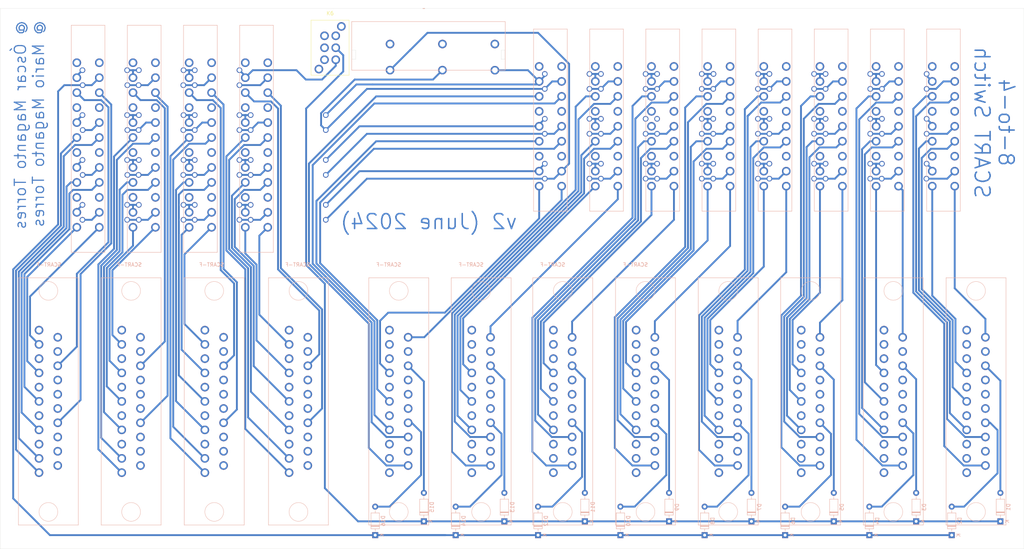
<source format=kicad_pcb>
(kicad_pcb (version 20240108) (generator "pcbnew") (generator_version "8.0")
  (layers (0 "F.Cu" signal) (31 "B.Cu" signal) (34 "B.Paste" user) (35 "F.Paste" user) (36 "B.SilkS" user "B.Silkscreen") (37 "F.SilkS" user "F.Silkscreen") (38 "B.Mask" user) (39 "F.Mask" user) (44 "Edge.Cuts" user))
  (net 0 "")
  (net 2 "Net-(D12-A)")
  (net 3 "Net-(J8-P15)")
  (net 5 "Net-(D11-A)")
  (net 6 "GND")
  (net 8 "Net-(J8-P20)")
  (net 10 "Net-(J8-P7)")
  (net 11 "Net-(J8-P6)")
  (net 12 "Net-(J8-P11)")
  (net 14 "Net-(J8-P2)")
  (net 16 "Net-(J7-P2)")
  (net 19 "Net-(J7-P11)")
  (net 21 "Net-(D10-A)")
  (net 22 "Net-(J7-P7)")
  (net 23 "Net-(J7-P15)")
  (net 24 "Net-(J7-P6)")
  (net 27 "Net-(J7-P20)")
  (net 28 "Net-(D9-A)")
  (net 30 "Net-(J1-P20)")
  (net 33 "Net-(D1-A)")
  (net 34 "Net-(J1-P7)")
  (net 36 "Net-(J1-P11)")
  (net 37 "Net-(J1-P15)")
  (net 38 "Net-(J1-P2)")
  (net 39 "Net-(J1-P6)")
  (net 43 "Net-(D2-A)")
  (net 44 "Net-(D4-A)")
  (net 46 "Net-(J2-P20)")
  (net 48 "Net-(J2-P7)")
  (net 49 "Net-(J2-P6)")
  (net 50 "Net-(J2-P2)")
  (net 51 "Net-(J2-P15)")
  (net 55 "Net-(J2-P11)")
  (net 57 "Net-(D3-A)")
  (net 59 "Net-(J3-P15)")
  (net 60 "Net-(J3-P11)")
  (net 63 "Net-(D6-A)")
  (net 66 "Net-(J3-P7)")
  (net 67 "Net-(J3-P6)")
  (net 68 "Net-(J3-P2)")
  (net 69 "Net-(J3-P20)")
  (net 71 "Net-(D5-A)")
  (net 72 "Net-(D7-A)")
  (net 73 "Net-(J6-P20)")
  (net 76 "Net-(D8-A)")
  (net 77 "Net-(J6-P11)")
  (net 78 "Net-(J6-P6)")
  (net 79 "Net-(J6-P2)")
  (net 82 "Net-(J6-P15)")
  (net 84 "Net-(J6-P7)")
  (net 86 "Net-(J4-P11)")
  (net 88 "Net-(J4-P1)")
  (net 89 "Net-(J4-P16)")
  (net 90 "Net-(J4-P7)")
  (net 91 "Net-(J4-P15)")
  (net 93 "Net-(J4-P19)")
  (net 94 "Net-(J4-P3)")
  (net 96 "Net-(J4-P8)")
  (net 102 "Net-(J5-P15)")
  (net 103 "Net-(J5-P19)")
  (net 105 "Net-(J5-P7)")
  (net 106 "Net-(J5-P1)")
  (net 107 "Net-(J5-P16)")
  (net 108 "Net-(J5-P3)")
  (net 111 "Net-(J5-P8)")
  (net 112 "Net-(J5-P11)")
  (net 114 "Net-(J12-P19)")
  (net 115 "Net-(J12-P11)")
  (net 117 "Net-(J12-P7)")
  (net 119 "Net-(J12-P3)")
  (net 123 "Net-(J12-P8)")
  (net 124 "Net-(J12-P1)")
  (net 125 "Net-(J12-P16)")
  (net 126 "Net-(J12-P15)")
  (net 128 "Net-(J11-P1)")
  (net 129 "Net-(J11-P16)")
  (net 130 "Net-(J11-P15)")
  (net 136 "Net-(J11-P8)")
  (net 137 "Net-(J11-P3)")
  (net 138 "Net-(J11-P19)")
  (net 139 "Net-(J11-P7)")
  (net 141 "Net-(J11-P11)")
  (net 143 "Net-(J10-P20)")
  (net 144 "Net-(J10-P2)")
  (net 147 "Net-(D16-A)")
  (net 149 "Net-(J10-P7)")
  (net 150 "Net-(J10-P6)")
  (net 151 "Net-(J10-P15)")
  (net 152 "Net-(D15-A)")
  (net 155 "Net-(J10-P11)")
  (net 156 "Net-(J9-P2)")
  (net 158 "Net-(J9-P20)")
  (net 159 "Net-(J9-P11)")
  (net 162 "Net-(J9-P15)")
  (net 164 "Net-(J9-P6)")
  (net 165 "Net-(J9-P7)")
  (net 166 "Net-(D13-A)")
  (net 167 "Net-(D14-A)")
  (net 170 "Net-(D1-K)")
  (net 171 "Net-(D10-K)")
  (net 176 "Net-(JP1-B)")
  (net 177 "Net-(JP1-A)")
  (net 178 "Net-(JP2-B)")
  (net 179 "Net-(JP2-A)")
  (net 180 "Net-(JP11-A)")
  (net 181 "Net-(JP3-A)")
  (net 182 "Net-(JP4-A)")
  (net 183 "Net-(JP4-B)")
  (net 184 "Net-(JP12-A)")
  (net 185 "Net-(JP5-A)")
  (net 186 "Net-(JP6-A)")
  (net 187 "Net-(JP6-B)")
  (net 188 "Net-(JP13-A)")
  (net 189 "Net-(JP14-A)")
  (net 190 "Net-(JP15-A)")
  (net 191 "Net-(JP10-B)")
  (net 192 "Net-(JP11-B)")
  (net 193 "Net-(JP12-B)")
  (net 194 "Net-(JP13-B)")
  (net 195 "Net-(JP14-B)")
  (net 196 "Net-(JP15-B)")
  (net 197 "Net-(JP16-B)")
  (net 198 "Net-(JP17-B)")
  (net 199 "Net-(JP18-B)")
  (net 200 "Net-(JP19-B)")
  (net 201 "Net-(JP20-B)")
  (net 202 "Net-(JP21-B)")
  (net 203 "Net-(JP22-B)")
  (net 204 "Net-(JP23-B)")
  (net 205 "Net-(JP24-B)")
  (net 206 "Net-(JP25-B)")
  (net 207 "Net-(JP26-B)")
  (net 208 "Net-(JP27-B)")
  (net 209 "Net-(JP28-B)")
  (net 210 "Net-(JP29-B)")
  (net 211 "Net-(JP30-B)")
  (net 212 "Net-(JP31-B)")
  (net 213 "Net-(JP32-B)")
  (net 214 "Net-(JP33-B)")
  (net 215 "Net-(JP34-B)")
  (net 216 "Net-(JP35-B)")
  (net 217 "Net-(JP36-B)")
  (net 218 "Net-(JP37-B)")
  (net 219 "Net-(JP38-B)")
  (net 220 "Net-(JP39-B)")
  (net 221 "Net-(JP40-B)")
  (net 222 "Net-(JP41-B)")
  (net 223 "Net-(JP42-B)")
  (net 224 "Net-(JP43-B)")
  (net 225 "Net-(JP44-B)")
  (net 226 "Net-(JP45-B)")
  (net 227 "Net-(JP46-B)")
  (net 228 "Net-(JP47-B)")
  (net 229 "Net-(JP48-B)")
  (net 230 "Net-(JP56-B)")
  (net 231 "Net-(JP56-A)")
  (net 232 "Net-(JP57-B)")
  (net 233 "Net-(JP58-B)")
  (net 234 "Net-(JP59-B)")
  (net 235 "Net-(JP60-B)")
  (net 236 "Net-(JP61-B)")
  (net 237 "Net-(JP62-B)")
  (net 238 "Net-(JP63-B)")
  (net 239 "Net-(JP64-B)")
  (net 240 "Net-(JP65-B)")
  (net 241 "Net-(JP66-B)")
  (net 242 "Net-(JP67-B)")
  (net 243 "Net-(JP68-B)")
  (net 244 "Net-(JP69-B)")
  (net 245 "Net-(JP70-B)")
  (net 246 "Net-(JP71-B)")
  (net 247 "Net-(JP76-B)")
  (net 248 "Net-(JP73-B)")
  (net 249 "Net-(JP74-B)")
  (net 250 "Net-(JP75-B)")
  (net 251 "Net-(JP77-B)")
  (net 252 "Net-(JP78-B)")
  (net 333 "Net-(JP79-B)")
  (net 334 "Net-(JP60-A)")
  (footprint "Library:Triple_RCA" (layer "F.Cu") (at 436 123.982)
    (property "Reference" "TripleRCA1" (hide yes))
    (property "Value" "~")
    (fp_rect (start -41.678 13.118) (end -40.678 15.618) (stroke (width 0.05)) (fill none) (layer "Edge.Cuts"))
    (fp_rect (start -1.798 13.118) (end -0.798 15.618) (stroke (width 0.05)) (fill none) (layer "Edge.Cuts"))
  )
  (footprint "Library:Relay_DPDT_RGB_ONOFF" (layer "F.Cu") (at 384.5 132.3)
    (property "Reference" "K6")
    (property "Value" "Relay_DPDT")
  )
  (footprint "Library:Jumper-Wire_12mm_Red" (layer "B.Cu") (at 517.776096 167.5 180)
    (property "Reference" "JP18" (hide yes))
    (property "Value" "Jumper_2_Open" (hide yes))
  )
  (footprint "Library:SCART" (layer "B.Cu") (at 315.538096 209.5 180)
    (property "Reference" "J12" (hide yes))
    (property "Value" "SCART-F")
  )
  (footprint "Library:Jumper-Wire_12mm_Red" (layer "B.Cu") (at 364.276096 182.5 180)
    (property "Reference" "JP59" (hide yes))
    (property "Value" "Jumper_2_Open" (hide yes))
  )
  (footprint "Library:Jumper-Wire_12mm_Red" (layer "B.Cu") (at 457.776096 171.5 180)
    (property "Reference" "JP39" (hide yes))
    (property "Value" "Jumper_2_Open" (hide yes))
  )
  (footprint "Library:Jumper-Wire_12mm_Red" (layer "B.Cu") (at 457.776096 147.5 180)
    (property "Reference" "JP37" (hide yes))
    (property "Value" "Jumper_2_Open" (hide yes))
  )
  (footprint "Library:Jumper-Wire_12mm_Red" (layer "B.Cu") (at 334.338096 170.5 180)
    (property "Reference" "JP74" (hide yes))
    (property "Value" "Jumper_2_Open" (hide yes))
  )
  (footprint "Library:Jumper-Wire_12mm_Red" (layer "B.Cu") (at 334.338096 158.5 180)
    (property "Reference" "JP73" (hide yes))
    (property "Value" "Jumper_2_Open" (hide yes))
  )
  (footprint "Library:Jumper-Wire_12mm_Red" (layer "B.Cu") (at 532.776096 155.5 180)
    (property "Reference" "JP11" (hide yes))
    (property "Value" "Jumper_2_Open" (hide yes))
  )
  (footprint "Library:Jumper-Wire_20mm_Blue" (layer "B.Cu") (at 387.338096 178.5 180)
    (property "Reference" "JP48" (hide yes))
    (property "Value" "Jumper_2_Open" (hide yes))
  )
  (footprint "Library:Jumper-Wire_12mm_Red" (layer "B.Cu") (at 532.776096 143.5 180)
    (property "Reference" "JP10" (hide yes))
    (property "Value" "Jumper_2_Open" (hide yes))
  )
  (footprint "Library:SCART" (layer "B.Cu") (at 452.938096 209.5 180)
    (property "Reference" "J8" (hide yes))
    (property "Value" "SCART-F")
  )
  (footprint "Library:Jumper-Wire_12mm_Red" (layer "B.Cu") (at 364.276096 178.5 180)
    (property "Reference" "JP63" (hide yes))
    (property "Value" "Jumper_2_Open" (hide yes))
  )
  (footprint "Library:Jumper-Wire_12mm_Red" (layer "B.Cu") (at 334.276096 154.5 180)
    (property "Reference" "JP77" (hide yes))
    (property "Value" "Jumper_2_Open" (hide yes))
  )
  (footprint "Library:SCART" (layer "B.Cu") (at 431.138096 209.5 180)
    (property "Reference" "J9" (hide yes))
    (property "Value" "SCART-F")
  )
  (footprint "Diode_THT:D_DO-35_SOD27_P7.62mm_Horizontal" (layer "B.Cu") (at 554.539096 266.81 90)
    (property "Reference" "D2")
    (property "Value" "1N4148")
  )
  (footprint "Library:SCART" (layer "B.Cu") (at 497.138096 209.5 180)
    (property "Reference" "J6" (hide yes))
    (property "Value" "SCART-F" (hide yes))
  )
  (footprint "Library:Jumper-Wire_12mm_Red" (layer "B.Cu") (at 502.776096 159.5 180)
    (property "Reference" "JP20" (hide yes))
    (property "Value" "Jumper_2_Open" (hide yes))
  )
  (footprint "Library:Jumper-Wire_12mm_Red" (layer "B.Cu") (at 532.776096 159.5 180)
    (property "Reference" "JP8" (hide yes))
    (property "Value" "Jumper_2_Open" (hide yes))
  )
  (footprint "Library:Jumper-Wire_12mm_Red" (layer "B.Cu") (at 349.276096 158.5 180)
    (property "Reference" "JP65" (hide yes))
    (property "Value" "Jumper_2_Open" (hide yes))
  )
  (footprint "Diode_THT:D_DO-35_SOD27_P7.62mm_Horizontal" (layer "B.Cu") (at 466.038096 266.81 90)
    (property "Reference" "D10")
    (property "Value" "1N4148")
  )
  (footprint "Library:Jumper-Wire_20mm_Blue" (layer "B.Cu") (at 387.338096 166.5 180)
    (property "Reference" "JP47" (hide yes))
    (property "Value" "Jumper_2_Open" (hide yes))
  )
  (footprint "Library:SCART" (layer "B.Cu") (at 519.138096 209.5 180)
    (property "Reference" "J3" (hide yes))
    (property "Value" "SCART-F" (hide yes))
  )
  (footprint "Library:Jumper-Wire_12mm_Red" (layer "B.Cu") (at 487.776096 171.5 180)
    (property "Reference" "JP27" (hide yes))
    (property "Value" "Jumper_2_Open" (hide yes))
  )
  (footprint "Diode_THT:D_DO-35_SOD27_P7.62mm_Horizontal" (layer "B.Cu") (at 532.538096 266.81 90)
    (property "Reference" "D4")
    (property "Value" "1N4148")
  )
  (footprint "Library:Jumper-Wire_12mm_Red" (layer "B.Cu") (at 547.776096 171.5 180)
    (property "Reference" "JP6" (hide yes))
    (property "Value" "Jumper_2_Open" (hide yes))
  )
  (footprint "Library:Jumper-Wire_20mm_Blue" (layer "B.Cu") (at 387.338096 154.5 180)
    (property "Reference" "JP46" (hide yes))
    (property "Value" "Jumper_2_Open" (hide yes))
  )
  (footprint "Library:Jumper-Wire_12mm_Red" (layer "B.Cu") (at 547.838096 155.5 180)
    (property "Reference" "JP3" (hide yes))
    (property "Value" "Jumper_2_Open" (hide yes))
  )
  (footprint "Diode_THT:D_DO-35_SOD27_P7.62mm_Horizontal" (layer "B.Cu") (at 435.038096 263.12 90)
    (property "Reference" "D13")
    (property "Value" "1N4148")
  )
  (footprint "Library:18-PIN RELAY" (layer "B.Cu") (at 497.838096 139 180)
    (property "Reference" "K8" (hide yes))
    (property "Value" "Relay_DPDT" (hide yes))
  )
  (footprint "Diode_THT:D_DO-35_SOD27_P7.62mm_Horizontal" (layer "B.Cu") (at 456.538096 263.12 90)
    (property "Reference" "D11")
    (property "Value" "1N4148")
  )
  (footprint "Library:Jumper-Wire_12mm_Red" (layer "B.Cu") (at 487.776096 143.5 180)
    (property "Reference" "JP28" (hide yes))
    (property "Value" "Jumper_2_Open" (hide yes))
  )
  (footprint "Library:Jumper-Wire_12mm_Red" (layer "B.Cu") (at 472.776096 171.5 180)
    (property "Reference" "JP33" (hide yes))
    (property "Value" "Jumper_2_Open" (hide yes))
  )
  (footprint "Library:Jumper-Wire_12mm_Red" (layer "B.Cu") (at 517.776096 147.5 180)
    (property "Reference" "JP13" (hide yes))
    (property "Value" "Jumper_2_Open" (hide yes))
  )
  (footprint "Library:SCART" (layer "B.Cu") (at 563.338096 209.5 180)
    (property "Reference" "J1" (hide yes))
    (property "Value" "SCART-F" (hide yes))
  )
  (footprint "Library:18-PIN RELAY" (layer "B.Cu") (at 512.838096 139 180)
    (property "Reference" "K7" (hide yes))
    (property "Value" "Relay_DPDT" (hide yes))
  )
  (footprint "Diode_THT:D_DO-35_SOD27_P7.62mm_Horizontal" (layer "B.Cu") (at 567.538096 263.12 90)
    (property "Reference" "D1")
    (property "Value" "1N4148")
  )
  (footprint "Library:Jumper-Wire_12mm_Red" (layer "B.Cu") (at 364.276096 142.5 180)
    (property "Reference" "JP60" (hide yes))
    (property "Value" "Jumper_2_Open" (hide yes))
  )
  (footprint "Library:24-PIN RELAY" (layer "B.Cu") (at 374.338096 138 180)
    (property "Reference" "K4" (hide yes))
    (property "Value" "Relay_DPDT" (hide yes))
  )
  (footprint "Library:SCART" (layer "B.Cu") (at 475.038096 209.5 180)
    (property "Reference" "J7" (hide yes))
    (property "Value" "SCART-F")
  )
  (footprint "Library:24-PIN RELAY" (layer "B.Cu") (at 344.338096 138 180)
    (property "Reference" "K12" (hide yes))
    (property "Value" "Relay_DPDT" (hide yes))
  )
  (footprint "Library:Jumper-Wire_12mm_Red" (layer "B.Cu") (at 334.276096 182.5 180)
    (property "Reference" "JP75" (hide yes))
    (property "Value" "Jumper_2_Open" (hide yes))
  )
  (footprint "Diode_THT:D_DO-35_SOD27_P7.62mm_Horizontal" (layer "B.Cu") (at 523.038096 263.12 90)
    (property "Reference" "D5")
    (property "Value" "1N4148")
  )
  (footprint "Library:Jumper-Wire_12mm_Red" (layer "B.Cu") (at 517.776096 159.5 180)
    (property "Reference" "JP14" (hide yes))
    (property "Value" "Jumper_2_Open" (hide yes))
  )
  (footprint "Library:Jumper-Wire_12mm_Red" (layer "B.Cu") (at 532.776096 171.5 180)
    (property "Reference" "JP9" (hide yes))
    (property "Value" "Jumper_2_Open" (hide yes))
  )
  (footprint "Library:SCART" (layer "B.Cu") (at 409.138096 209.5 180)
    (property "Reference" "J10" (hide yes))
    (property "Value" "SCART-F")
  )
  (footprint "Library:Jumper-Wire_12mm_Red" (layer "B.Cu") (at 502.776096 155.5 180)
    (property "Reference" "JP23" (hide yes))
    (property "Value" "Jumper_2_Open" (hide yes))
  )
  (footprint "Library:18-PIN RELAY" (layer "B.Cu") (at 482.838096 139 180)
    (property "Reference" "K9" (hide yes))
    (property "Value" "Relay_DPDT" (hide yes))
  )
  (footprint "Library:Jumper-Wire_12mm_Red" (layer "B.Cu") (at 457.776096 159.5 180)
    (property "Reference" "JP38" (hide yes))
    (property "Value" "Jumper_2_Open" (hide yes))
  )
  (footprint "Diode_THT:D_DO-35_SOD27_P7.62mm_Horizontal" (layer "B.Cu") (at 545.038096 263.12 90)
    (property "Reference" "D3")
    (property "Value" "1N4148")
  )
  (footprint "Library:18-PIN RELAY" (layer "B.Cu") (at 452.838096 139 180)
    (property "Reference" "K11" (hide yes))
    (property "Value" "Relay_DPDT" (hide yes))
  )
  (footprint "Library:Jumper-Wire_12mm_Red" (layer "B.Cu") (at 349.276096 170.5 180)
    (property "Reference" "JP66" (hide yes))
    (property "Value" "Jumper_2_Open" (hide yes))
  )
  (footprint "Diode_THT:D_DO-35_SOD27_P7.62mm_Horizontal" (layer "B.Cu") (at 488.538096 266.81 90)
    (property "Reference" "D8")
    (property "Value" "1N4148")
  )
  (footprint "Library:Jumper-Wire_12mm_Red" (layer "B.Cu") (at 547.838096 147.5 180)
    (property "Reference" "JP2" (hide yes))
    (property "Value" "Jumper_2_Open" (hide yes))
  )
  (footprint "Diode_THT:D_DO-35_SOD27_P7.62mm_Horizontal" (layer "B.Cu") (at 444.038096 266.81 90)
    (property "Reference" "D12")
    (property "Value" "1N4148")
  )
  (footprint "Library:Jumper-Wire_12mm_Red" (layer "B.Cu") (at 532.776096 167.5 180)
    (property "Reference" "JP12" (hide yes))
    (property "Value" "Jumper_2_Open" (hide yes))
  )
  (footprint "Library:18-PIN RELAY" (layer "B.Cu") (at 467.838096 139 180)
    (property "Reference" "K10" (hide yes))
    (property "Value" "Relay_DPDT" (hide yes))
  )
  (footprint "Library:24-PIN RELAY" (layer "B.Cu") (at 359.338096 138 180)
    (property "Reference" "K5" (hide yes))
    (property "Value" "Relay_DPDT" (hide yes))
  )
  (footprint "Library:Jumper-Wire_12mm_Red" (layer "B.Cu") (at 472.776096 147.5 180)
    (property "Reference" "JP31" (hide yes))
    (property "Value" "Jumper_2_Open" (hide yes))
  )
  (footprint "Diode_THT:D_DO-35_SOD27_P7.62mm_Horizontal" (layer "B.Cu") (at 400.538096 266.81 90)
    (property "Reference" "D16")
    (property "Value" "1N4148")
  )
  (footprint "Library:Jumper-Wire_12mm_Red" (layer "B.Cu") (at 472.776096 159.5 180)
    (property "Reference" "JP32" (hide yes))
    (property "Value" "Jumper_2_Open" (hide yes))
  )
  (footprint "Diode_THT:D_DO-35_SOD27_P7.62mm_Horizontal" (layer "B.Cu") (at 413.538096 263.12 90)
    (property "Reference" "D15")
    (property "Value" "1N4148")
  )
  (footprint "Library:Jumper-Wire_12mm_Red" (layer "B.Cu") (at 457.776096 143.5 180)
    (property "Reference" "JP40" (hide yes))
    (property "Value" "Jumper_2_Open" (hide yes))
  )
  (footprint "Library:Jumper-Wire_12mm_Red" (layer "B.Cu") (at 349.338096 182.5 180)
    (property "Reference" "JP67" (hide yes))
    (property "Value" "Jumper_2_Open" (hide yes))
  )
  (footprint "Library:18-PIN RELAY" (layer "B.Cu") (at 557.838096 139 180)
    (property "Reference" "K1" (hide yes))
    (property "Value" "Relay_DPDT" (hide yes))
  )
  (footprint "Library:Jumper-Wire_12mm_Red" (layer "B.Cu") (at 502.838096 143.5 180)
    (property "Reference" "JP22" (hide yes))
    (property "Value" "Jumper_2_Open" (hide yes))
  )
  (footprint "Library:Jumper-Wire_12mm_Red" (layer "B.Cu") (at 472.776096 143.5 180)
    (property "Reference" "JP34" (hide yes))
    (property "Value" "Jumper_2_Open" (hide yes))
  )
  (footprint "Library:Jumper-Wire_12mm_Red" (layer "B.Cu") (at 334.276096 142.5 180)
    (property "Reference" "JP76" (hide yes))
    (property "Value" "Jumper_2_Open" (hide yes))
  )
  (footprint "Library:Jumper-Wire_12mm_Red" (layer "B.Cu") (at 364.276096 146.5 180)
    (property "Reference" "JP56" (hide yes))
    (property "Value" "Jumper_2_Open" (hide yes))
  )
  (footprint "Library:Jumper-Wire_12mm_Red" (layer "B.Cu") (at 349.276096 146.5 180)
    (property "Reference" "JP64" (hide yes))
    (property "Value" "Jumper_2_Open" (hide yes))
  )
  (footprint "Library:Jumper-Wire_12mm_Red" (layer "B.Cu") (at 517.776096 143.5 180)
    (property "Reference" "JP16" (hide yes))
    (property "Value" "Jumper_2_Open" (hide yes))
  )
  (footprint "Library:18-PIN RELAY" (layer "B.Cu") (at 527.838096 139 180)
    (property "Reference" "K3" (hide yes))
    (property "Value" "Relay_DPDT" (hide yes))
  )
  (footprint "Library:Jumper-Wire_12mm_Red" (layer "B.Cu") (at 487.776096 167.5 180)
    (property "Reference" "JP30" (hide yes))
    (property "Value" "Jumper_2_Open" (hide yes))
  )
  (footprint "Library:Jumper-Wire_12mm_Red" (layer "B.Cu") (at 349.338096 154.5 180)
    (property "Reference" "JP69" (hide yes))
    (property "Value" "Jumper_2_Open" (hide yes))
  )
  (footprint "Library:SCART" (layer "B.Cu") (at 382.338096 209.5 180)
    (property "Reference" "J4" (hide yes))
    (property "Value" "SCART-F")
  )
  (footprint "Library:Jumper-Wire_12mm_Red" (layer "B.Cu") (at 547.838096 167.5 180)
    (property "Reference" "JP5" (hide yes))
    (property "Value" "Jumper_2_Open" (hide yes))
  )
  (footprint "Library:Jumper-Wire_12mm_Red" (layer "B.Cu") (at 502.776096 167.5 180)
    (property "Reference" "JP24" (hide yes))
    (property "Value" "Jumper_2_Open" (hide yes))
  )
  (footprint "Library:Jumper-Wire_12mm_Red" (layer "B.Cu") (at 364.276096 166.5 180)
    (property "Reference" "JP62" (hide yes))
    (property "Value" "Jumper_2_Open" (hide yes))
  )
  (footprint "Library:Jumper-Wire_12mm_Red" (layer "B.Cu") (at 532.776096 147.5 180)
    (property "Reference" "JP7" (hide yes))
    (property "Value" "Jumper_2_Open" (hide yes))
  )
  (footprint "Library:24-PIN RELAY" (layer "B.Cu") (at 329.338096 138 180)
    (property "Reference" "K13" (hide yes))
    (property "Value" "Relay_DPDT" (hide yes))
  )
  (footprint "Diode_THT:D_DO-35_SOD27_P7.62mm_Horizontal" (layer "B.Cu") (at 501.038096 263.12 90)
    (property "Reference" "D7")
    (property "Value" "1N4148")
  )
  (footprint "Library:Jumper-Wire_12mm_Red" (layer "B.Cu") (at 472.776096 155.5 180)
    (property "Reference" "JP35" (hide yes))
    (property "Value" "Jumper_2_Open" (hide yes))
  )
  (footprint "Diode_THT:D_DO-35_SOD27_P7.62mm_Horizontal" (layer "B.Cu") (at 510.038096 266.81 90)
    (property "Reference" "D6")
    (property "Value" "1N4148")
  )
  (footprint "Library:Jumper-Wire_20mm_Blue" (layer "B.Cu") (at 387.338096 158.5 180)
    (property "Reference" "JP43" (hide yes))
    (property "Value" "Jumper_2_Open" (hide yes))
  )
  (footprint "Library:Jumper-Wire_12mm_Red" (layer "B.Cu") (at 487.776096 147.5 180)
    (property "Reference" "JP25" (hide yes))
    (property "Value" "Jumper_2_Open" (hide yes))
  )
  (footprint "Library:Jumper-Wire_12mm_Red" (layer "B.Cu") (at 457.776096 167.5 180)
    (property "Reference" "JP42" (hide yes))
    (property "Value" "Jumper_2_Open" (hide yes))
  )
  (footprint "Library:Jumper-Wire_12mm_Red" (layer "B.Cu") (at 349.338096 142.5 180)
    (property "Reference" "JP68" (hide yes))
    (property "Value" "Jumper_2_Open" (hide yes))
  )
  (footprint "Library:Jumper-Wire_12mm_Red" (layer "B.Cu") (at 364.276096 170.5 180)
    (property "Reference" "JP58" (hide yes))
    (property "Value" "Jumper_2_Open" (hide yes))
  )
  (footprint "Library:Jumper-Wire_12mm_Red" (layer "B.Cu") (at 487.776096 155.5 180)
    (property "Reference" "JP29" (hide yes))
    (property "Value" "Jumper_2_Open" (hide yes))
  )
  (footprint "Library:Jumper-Wire_20mm_Blue" (layer "B.Cu") (at 387.338096 182.5 180)
    (property "Reference" "JP45" (hide yes))
    (property "Value" "Jumper_2_Open" (hide yes))
  )
  (footprint "Library:Jumper-Wire_12mm_Red" (layer "B.Cu") (at 517.776096 155.5 180)
    (property "Reference" "JP17" (hide yes))
    (property "Value" "Jumper_2_Open" (hide yes))
  )
  (footprint "Library:Jumper-Wire_12mm_Red" (layer "B.Cu") (at 487.776096 159.5 180)
    (property "Reference" "JP26" (hide yes))
    (property "Value" "Jumper_2_Open" (hide yes))
  )
  (footprint "Library:Jumper-Wire_12mm_Red" (layer "B.Cu") (at 334.276096 178.5 180)
    (property "Reference" "JP79" (hide yes))
    (property "Value" "Jumper_2_Open" (hide yes))
  )
  (footprint "Library:Jumper-Wire_12mm_Red" (layer "B.Cu") (at 502.776096 171.5 180)
    (property "Reference" "JP21" (hide yes))
    (property "Value" "Jumper_2_Open" (hide yes))
  )
  (footprint "Library:SCART" (layer "B.Cu") (at 541.238096 209.5 180)
    (property "Reference" "J2" (hide yes))
    (property "Value" "SCART-F" (hide yes))
  )
  (footprint "Library:Jumper-Wire_12mm_Red" (layer "B.Cu") (at 349.338096 178.5 180)
    (property "Reference" "JP71" (hide yes))
    (property "Value" "Jumper_2_Open" (hide yes))
  )
  (footprint "Library:SCART" (layer "B.Cu") (at 359.838096 209.5 180)
    (property "Reference" "J5" (hide yes))
    (property "Value" "SCART-F")
  )
  (footprint "Library:Jumper-Wire_12mm_Red" (layer "B.Cu") (at 334.338096 146.5 180)
    (property "Reference" "JP72" (hide yes))
    (property "Value" "Jumper_2_Open" (hide yes))
  )
  (footprint "Library:Jumper-Wire_12mm_Red" (layer "B.Cu") (at 364.276096 154.5 180)
    (property "Reference" "JP61" (hide yes))
    (property "Value" "Jumper_2_Open" (hide yes))
  )
  (footprint "Library:Jumper-Wire_12mm_Red" (layer "B.Cu") (at 547.838096 143.5 180)
    (property "Reference" "JP1" (hide yes))
    (property "Value" "Jumper_2_Open" (hide yes))
  )
  (footprint "Diode_THT:D_DO-35_SOD27_P7.62mm_Horizontal" (layer "B.Cu") (at 479.038096 263.12 90)
    (property "Reference" "D9")
    (property "Value" "1N4148")
  )
  (footprint "Library:18-PIN RELAY" (layer "B.Cu") (at 542.838096 139 180)
    (property "Reference" "K2" (hide yes))
    (property "Value" "Relay_DPDT" (hide yes))
  )
  (footprint "Library:Jumper-Wire_12mm_Red" (layer "B.Cu") (at 334.276096 166.5 180)
    (property "Reference" "JP78" (hide yes))
    (property "Value" "Jumper_2_Open" (hide yes))
  )
  (footprint "Library:Jumper-Wire_12mm_Red" (layer "B.Cu") (at 472.776096 167.5 180)
    (property "Reference" "JP36" (hide yes))
    (property "Value" "Jumper_2_Open" (hide yes))
  )
  (footprint "Library:Jumper-Wire_12mm_Red" (layer "B.Cu") (at 457.776096 155.5 180)
    (property "Reference" "JP41" (hide yes))
    (property "Value" "Jumper_2_Open" (hide yes))
  )
  (footprint "Library:Jumper-Wire_12mm_Red" (layer "B.Cu") (at 517.776096 171.5 180)
    (property "Reference" "JP15" (hide yes))
    (property "Value" "Jumper_2_Open" (hide yes))
  )
  (footprint "Library:Jumper-Wire_12mm_Red" (layer "B.Cu") (at 364.276096 158.5 180)
    (property "Reference" "JP57" (hide yes))
    (property "Value" "Jumper_2_Open" (hide yes))
  )
  (footprint "Library:SCART" (layer "B.Cu") (at 337.638096 209.5 180)
    (property "Reference" "J11" (hide yes))
    (property "Value" "SCART-F")
  )
  (footprint "Library:Jumper-Wire_12mm_Red" (layer "B.Cu") (at 502.776096 147.5 180)
    (property "Reference" "JP19" (hide yes))
    (property "Value" "Jumper_2_Open" (hide yes))
  )
  (footprint "Library:Jumper-Wire_12mm_Red" (layer "B.Cu") (at 349.338096 166.5 180)
    (property "Reference" "JP70" (hide yes))
    (property "Value" "Jumper_2_Open" (hide yes))
  )
  (footprint "Diode_THT:D_DO-35_SOD27_P7.62mm_Horizontal" (layer "B.Cu") (at 422.038096 266.81 90)
    (property "Reference" "D14")
    (property "Value" "1N4148")
  )
  (footprint "Library:Jumper-Wire_12mm_Red" (layer "B.Cu") (at 547.838096 159.5 180)
    (property "Reference" "JP4" (hide yes))
    (property "Value" "Jumper_2_Open" (hide yes))
  )
  (footprint "Library:Jumper-Wire_20mm_Blue" (layer "B.Cu") (at 387.338096 170.5 180)
    (property "Reference" "JP44" (hide yes))
    (property "Value" "Jumper_2_Open" (hide yes))
  )
  (gr_rect (start 300.338096 126) (end 573.838096 270.5) (stroke (width 0.05)) (fill none) (layer "Edge.Cuts"))
  (gr_text "@ Óscar Maganto Torres\n@ Mario Maganto Torres" (at 312.338096 129 -270) (layer "B.Cu") (effects (font (size 3 3) (thickness 0.3) (bold yes)) (justify left bottom mirror)))
  (gr_text "v2 (June 2024)" (at 414.838096 183 -0) (layer "B.Cu") (effects (font (size 4 4) (thickness 0.4)) (justify mirror)))
  (gr_text "8-to-4\nSCART Switch" (at 565.838096 156.5 -90) (layer "B.Cu") (effects (font (size 4 4) (thickness 0.4)) (justify mirror)))
  (segment (start 455.788096 251.25) (end 455.788096 239.415) (width 0.5) (layer "B.Cu") (net 2))
  (segment (start 447.848096 259.19) (end 455.788096 251.25) (width 0.5) (layer "B.Cu") (net 2))
  (segment (start 455.788096 239.415) (end 453.138096 236.765) (width 0.5) (layer "B.Cu") (net 2))
  (segment (start 444.038096 259.19) (end 447.848096 259.19) (width 0.5) (layer "B.Cu") (net 2))
  (segment (start 474.338096 181.2) (end 474.338096 173.5) (width 0.5) (layer "B.Cu") (net 3))
  (segment (start 445.538096 220.83) (end 445.538096 210) (width 0.5) (layer "B.Cu") (net 3))
  (segment (start 445.538096 210) (end 474.338096 181.2) (width 0.5) (layer "B.Cu") (net 3))
  (segment (start 448.138096 223.43) (end 445.538096 220.83) (width 0.5) (layer "B.Cu") (net 3))
  (segment (start 453.138096 221.525) (end 456.538096 224.925) (width 0.5) (layer "B.Cu") (net 5))
  (segment (start 456.538096 224.925) (end 456.538096 255.5) (width 0.5) (layer "B.Cu") (net 5))
  (segment (start 453.138096 213.905) (end 453.138096 209.7) (width 0.5) (layer "B.Cu") (net 8))
  (segment (start 453.138096 209.7) (end 480.338096 182.5) (width 0.5) (layer "B.Cu") (net 8))
  (segment (start 480.338096 182.5) (end 480.338096 173.5) (width 0.5) (layer "B.Cu") (net 8))
  (segment (start 468.916776 184.5) (end 470.776096 182.64068) (width 0.5) (layer "B.Cu") (net 10))
  (segment (start 470.776096 182.64068) (end 470.776096 163.062) (width 0.5) (layer "B.Cu") (net 10))
  (segment (start 444.038096 234.57) (end 444.038096 209.3) (width 0.5) (layer "B.Cu") (net 10))
  (segment (start 470.776096 163.062) (end 472.338096 161.5) (width 0.5) (layer "B.Cu") (net 10))
  (segment (start 468.838096 184.5) (end 468.916776 184.5) (width 0.5) (layer "B.Cu") (net 10))
  (segment (start 472.338096 161.5) (end 474.338096 161.5) (width 0.5) (layer "B.Cu") (net 10))
  (segment (start 444.038096 209.3) (end 468.838096 184.5) (width 0.5) (layer "B.Cu") (net 10))
  (segment (start 448.138096 238.67) (end 444.038096 234.57) (width 0.5) (layer "B.Cu") (net 10))
  (segment (start 443.288096 208.98934) (end 469.947416 182.33002) (width 0.5) (layer "B.Cu") (net 11))
  (segment (start 470.171369 155.333273) (end 474.354643 151.15) (width 0.5) (layer "B.Cu") (net 11))
  (segment (start 443.288096 236.153453) (end 443.288096 208.98934) (width 0.5) (layer "B.Cu") (net 11))
  (segment (start 469.947416 182.33002) (end 470.026096 182.33002) (width 0.5) (layer "B.Cu") (net 11))
  (segment (start 470.026096 155.478547) (end 470.171369 155.333273) (width 0.5) (layer "B.Cu") (net 11))
  (segment (start 470.026096 182.33002) (end 470.026096 155.478546) (width 0.5) (layer "B.Cu") (net 11))
  (segment (start 474.354643 151.15) (end 478.688096 151.15) (width 0.5) (layer "B.Cu") (net 11))
  (segment (start 478.688096 151.15) (end 480.338096 149.5) (width 0.5) (layer "B.Cu") (net 11))
  (segment (start 447.709643 240.575) (end 443.288096 236.153453) (width 0.5) (layer "B.Cu") (net 11))
  (segment (start 453.138096 240.575) (end 447.709643 240.575) (width 0.5) (layer "B.Cu") (net 11))
  (segment (start 470.026096 155.478546) (end 470.171369 155.333273) (width 0.5) (layer "B.Cu") (net 11))
  (segment (start 471.526096 182.95134) (end 471.526096 165.978547) (width 0.5) (layer "B.Cu") (net 12))
  (segment (start 448.138096 231.05) (end 444.788096 227.7) (width 0.5) (layer "B.Cu") (net 12))
  (segment (start 444.788096 209.68934) (end 471.526096 182.95134) (width 0.5) (layer "B.Cu") (net 12))
  (segment (start 478.338096 163.5) (end 480.338096 161.5) (width 0.5) (layer "B.Cu") (net 12))
  (segment (start 474.004643 163.5) (end 478.338096 163.5) (width 0.5) (layer "B.Cu") (net 12))
  (segment (start 444.788096 227.7) (end 444.788096 209.68934) (width 0.5) (layer "B.Cu") (net 12))
  (segment (start 471.526096 165.978547) (end 474.004643 163.5) (width 0.5) (layer "B.Cu") (net 12))
  (segment (start 469.276096 152.062) (end 469.276096 181.94068) (width 0.5) (layer "B.Cu") (net 14))
  (segment (start 442.538096 208.67868) (end 442.538096 244.5) (width 0.5) (layer "B.Cu") (net 14))
  (segment (start 469.276096 181.94068) (end 442.538096 208.67868) (width 0.5) (layer "B.Cu") (net 14))
  (segment (start 442.538096 244.5) (end 446.233096 248.195) (width 0.5) (layer "B.Cu") (net 14))
  (segment (start 474.338096 149.5) (end 471.838096 149.5) (width 0.5) (layer "B.Cu") (net 14))
  (segment (start 446.233096 248.195) (end 453.138096 248.195) (width 0.5) (layer "B.Cu") (net 14))
  (segment (start 471.838096 149.5) (end 469.276096 152.062) (width 0.5) (layer "B.Cu") (net 14))
  (segment (start 475.238096 248.195) (end 469.233096 248.195) (width 0.5) (layer "B.Cu") (net 16))
  (segment (start 486.338096 149.5) (end 489.338096 149.5) (width 0.5) (layer "B.Cu") (net 16))
  (segment (start 483.338096 152.5) (end 486.338096 149.5) (width 0.5) (layer "B.Cu") (net 16))
  (segment (start 469.233096 248.195) (end 464.538096 243.5) (width 0.5) (layer "B.Cu") (net 16))
  (segment (start 464.538096 243.5) (end 464.538096 208.55736) (width 0.5) (layer "B.Cu") (net 16))
  (segment (start 464.538096 208.55736) (end 483.338096 189.75736) (width 0.5) (layer "B.Cu") (net 16))
  (segment (start 483.338096 189.75736) (end 483.338096 152.5) (width 0.5) (layer "B.Cu") (net 16))
  (segment (start 466.788096 209.48934) (end 485.588096 190.68934) (width 0.5) (layer "B.Cu") (net 19))
  (segment (start 485.588096 166.916547) (end 489.004643 163.5) (width 0.5) (layer "B.Cu") (net 19))
  (segment (start 485.588096 190.68934) (end 485.588096 166.916547) (width 0.5) (layer "B.Cu") (net 19))
  (segment (start 466.788096 227.6) (end 466.788096 209.48934) (width 0.5) (layer "B.Cu") (net 19))
  (segment (start 489.004643 163.5) (end 493.338096 163.5) (width 0.5) (layer "B.Cu") (net 19))
  (segment (start 470.238096 231.05) (end 466.788096 227.6) (width 0.5) (layer "B.Cu") (net 19))
  (segment (start 493.338096 163.5) (end 495.338096 161.5) (width 0.5) (layer "B.Cu") (net 19))
  (segment (start 469.848096 259.19) (end 478.288096 250.75) (width 0.5) (layer "B.Cu") (net 21))
  (segment (start 478.288096 239.815) (end 475.238096 236.765) (width 0.5) (layer "B.Cu") (net 21))
  (segment (start 478.288096 250.75) (end 478.288096 239.815) (width 0.5) (layer "B.Cu") (net 21))
  (segment (start 466.038096 259.19) (end 469.848096 259.19) (width 0.5) (layer "B.Cu") (net 21))
  (segment (start 484.838096 190.37868) (end 484.838096 163) (width 0.5) (layer "B.Cu") (net 22))
  (segment (start 470.238096 238.67) (end 466.038096 234.47) (width 0.5) (layer "B.Cu") (net 22))
  (segment (start 484.838096 163) (end 486.338096 161.5) (width 0.5) (layer "B.Cu") (net 22))
  (segment (start 466.038096 234.47) (end 466.038096 209.17868) (width 0.5) (layer "B.Cu") (net 22))
  (segment (start 486.338096 161.5) (end 489.338096 161.5) (width 0.5) (layer "B.Cu") (net 22))
  (segment (start 466.038096 209.17868) (end 484.838096 190.37868) (width 0.5) (layer "B.Cu") (net 22))
  (segment (start 489.338096 188) (end 489.338096 173.5) (width 0.5) (layer "B.Cu") (net 23))
  (segment (start 470.238096 223.43) (end 467.538096 220.73) (width 0.5) (layer "B.Cu") (net 23))
  (segment (start 467.538096 220.73) (end 467.538096 209.8) (width 0.5) (layer "B.Cu") (net 23))
  (segment (start 467.538096 209.8) (end 489.338096 188) (width 0.5) (layer "B.Cu") (net 23))
  (segment (start 493.338096 151.5) (end 495.338096 149.5) (width 0.5) (layer "B.Cu") (net 24))
  (segment (start 475.238096 240.575) (end 469.809643 240.575) (width 0.5) (layer "B.Cu") (net 24))
  (segment (start 465.288096 236.053453) (end 465.288096 208.86802) (width 0.5) (layer "B.Cu") (net 24))
  (segment (start 484.088096 190.06802) (end 484.088096 156.416547) (width 0.5) (layer "B.Cu") (net 24))
  (segment (start 469.809643 240.575) (end 465.288096 236.053453) (width 0.5) (layer "B.Cu") (net 24))
  (segment (start 484.088096 156.416547) (end 489.004643 151.5) (width 0.5) (layer "B.Cu") (net 24))
  (segment (start 489.004643 151.5) (end 493.338096 151.5) (width 0.5) (layer "B.Cu") (net 24))
  (segment (start 465.288096 208.86802) (end 484.088096 190.06802) (width 0.5) (layer "B.Cu") (net 24))
  (segment (start 475.238096 209.6) (end 495.338096 189.5) (width 0.5) (layer "B.Cu") (net 27))
  (segment (start 475.238096 213.905) (end 475.238096 209.6) (width 0.5) (layer "B.Cu") (net 27))
  (segment (start 495.338096 189.5) (end 495.338096 173.5) (width 0.5) (layer "B.Cu") (net 27))
  (segment (start 479.038096 225.325) (end 479.038096 255.5) (width 0.5) (layer "B.Cu") (net 28))
  (segment (start 475.238096 221.525) (end 479.038096 225.325) (width 0.5) (layer "B.Cu") (net 28))
  (segment (start 563.538096 209) (end 555.338096 200.8) (width 0.5) (layer "B.Cu") (net 30))
  (segment (start 555.338096 200.8) (end 555.338096 173.5) (width 0.5) (layer "B.Cu") (net 30))
  (segment (start 563.538096 213.905) (end 563.538096 209) (width 0.5) (layer "B.Cu") (net 30))
  (segment (start 567.538096 225.525) (end 563.538096 221.525) (width 0.5) (layer "B.Cu") (net 33))
  (segment (start 567.538096 255.5) (end 567.538096 225.525) (width 0.5) (layer "B.Cu") (net 33))
  (segment (start 547.711751 161.5) (end 549.338096 161.5) (width 0.5) (layer "B.Cu") (net 34))
  (segment (start 558.538096 238.67) (end 554.038096 234.17) (width 0.5) (layer "B.Cu") (net 34))
  (segment (start 554.038096 209.62132) (end 545.776096 201.35932) (width 0.5) (layer "B.Cu") (net 34))
  (segment (start 554.038096 234.17) (end 554.038096 209.62132) (width 0.5) (layer "B.Cu") (net 34))
  (segment (start 545.776096 163.435655) (end 547.711751 161.5) (width 0.5) (layer "B.Cu") (net 34))
  (segment (start 545.776096 201.35932) (end 545.776096 163.435655) (width 0.5) (layer "B.Cu") (net 34))
  (segment (start 546.526096 165.978547) (end 549.004643 163.5) (width 0.5) (layer "B.Cu") (net 36))
  (segment (start 546.526096 201.04866) (end 546.526096 165.978547) (width 0.5) (layer "B.Cu") (net 36))
  (segment (start 556.538096 229) (end 554.788096 227.25) (width 0.5) (layer "B.Cu") (net 36))
  (segment (start 556.538096 229.05) (end 556.538096 229) (width 0.5) (layer "B.Cu") (net 36))
  (segment (start 554.788096 209.31066) (end 546.526096 201.04866) (width 0.5) (layer "B.Cu") (net 36))
  (segment (start 558.538096 231.05) (end 556.538096 229.05) (width 0.5) (layer "B.Cu") (net 36))
  (segment (start 549.004643 163.5) (end 553.338096 163.5) (width 0.5) (layer "B.Cu") (net 36))
  (segment (start 554.788096 227.25) (end 554.788096 209.31066) (width 0.5) (layer "B.Cu") (net 36))
  (segment (start 553.338096 163.5) (end 555.338096 161.5) (width 0.5) (layer "B.Cu") (net 36))
  (segment (start 555.538096 209) (end 549.338096 202.8) (width 0.5) (layer "B.Cu") (net 37))
  (segment (start 549.338096 202.8) (end 549.338096 173.5) (width 0.5) (layer "B.Cu") (net 37))
  (segment (start 558.538096 223.43) (end 555.608096 220.5) (width 0.5) (layer "B.Cu") (net 37))
  (segment (start 555.538096 220.5) (end 555.538096 209) (width 0.5) (layer "B.Cu") (net 37))
  (segment (start 555.608096 220.5) (end 555.538096 220.5) (width 0.5) (layer "B.Cu") (net 37))
  (segment (start 544.276096 201.98064) (end 544.276096 152.829767) (width 0.5) (layer "B.Cu") (net 38))
  (segment (start 563.538096 248.195) (end 557.733096 248.195) (width 0.5) (layer "B.Cu") (net 38))
  (segment (start 552.538096 243) (end 552.538096 210.24264) (width 0.5) (layer "B.Cu") (net 38))
  (segment (start 547.605863 149.5) (end 549.338096 149.5) (width 0.5) (layer "B.Cu") (net 38))
  (segment (start 544.276096 152.829767) (end 547.605863 149.5) (width 0.5) (layer "B.Cu") (net 38))
  (segment (start 557.733096 248.195) (end 552.538096 243) (width 0.5) (layer "B.Cu") (net 38))
  (segment (start 552.538096 210.24264) (end 544.276096 201.98064) (width 0.5) (layer "B.Cu") (net 38))
  (segment (start 553.288096 209.93198) (end 545.026096 201.66998) (width 0.5) (layer "B.Cu") (net 39))
  (segment (start 553.288096 235.753453) (end 553.288096 209.93198) (width 0.5) (layer "B.Cu") (net 39))
  (segment (start 553.688096 151.15) (end 555.338096 149.5) (width 0.5) (layer "B.Cu") (net 39))
  (segment (start 545.026096 201.66998) (end 545.026096 154.812) (width 0.5) (layer "B.Cu") (net 39))
  (segment (start 548.688096 151.15) (end 553.688096 151.15) (width 0.5) (layer "B.Cu") (net 39))
  (segment (start 545.026096 154.812) (end 548.688096 151.15) (width 0.5) (layer "B.Cu") (net 39))
  (segment (start 563.538096 240.575) (end 558.109643 240.575) (width 0.5) (layer "B.Cu") (net 39))
  (segment (start 558.109643 240.575) (end 553.288096 235.753453) (width 0.5) (layer "B.Cu") (net 39))
  (segment (start 557.848096 259.19) (end 566.788096 250.25) (width 0.5) (layer "B.Cu") (net 43))
  (segment (start 566.788096 250.25) (end 566.788096 238.75) (width 0.5) (layer "B.Cu") (net 43))
  (segment (start 566.788096 238.75) (end 564.803096 236.765) (width 0.5) (layer "B.Cu") (net 43))
  (segment (start 554.539096 259.19) (end 557.848096 259.19) (width 0.5) (layer "B.Cu") (net 43))
  (segment (start 564.803096 236.765) (end 563.538096 236.765) (width 0.5) (layer "B.Cu") (net 43))
  (segment (start 544.288096 250.75) (end 544.288096 239.615) (width 0.5) (layer "B.Cu") (net 44))
  (segment (start 532.538096 259.19) (end 535.848096 259.19) (width 0.5) (layer "B.Cu") (net 44))
  (segment (start 535.848096 259.19) (end 544.288096 250.75) (width 0.5) (layer "B.Cu") (net 44))
  (segment (start 544.288096 239.615) (end 541.438096 236.765) (width 0.5) (layer "B.Cu") (net 44))
  (segment (start 541.438096 174.6) (end 540.338096 173.5) (width 0.5) (layer "B.Cu") (net 46))
  (segment (start 541.438096 213.905) (end 541.438096 174.6) (width 0.5) (layer "B.Cu") (net 46))
  (segment (start 536.438096 238.67) (end 530.588096 232.82) (width 0.5) (layer "B.Cu") (net 48))
  (segment (start 532.711751 161.5) (end 534.338096 161.5) (width 0.5) (layer "B.Cu") (net 48))
  (segment (start 530.588096 232.82) (end 530.588096 163.623655) (width 0.5) (layer "B.Cu") (net 48))
  (segment (start 530.588096 163.623655) (end 532.711751 161.5) (width 0.5) (layer "B.Cu") (net 48))
  (segment (start 538.688096 151.15) (end 540.338096 149.5) (width 0.5) (layer "B.Cu") (net 49))
  (segment (start 529.838096 234.403453) (end 529.838096 155.666547) (width 0.5) (layer "B.Cu") (net 49))
  (segment (start 541.438096 240.575) (end 536.009643 240.575) (width 0.5) (layer "B.Cu") (net 49))
  (segment (start 529.838096 155.666547) (end 534.354643 151.15) (width 0.5) (layer "B.Cu") (net 49))
  (segment (start 536.009643 240.575) (end 529.838096 234.403453) (width 0.5) (layer "B.Cu") (net 49))
  (segment (start 534.354643 151.15) (end 538.688096 151.15) (width 0.5) (layer "B.Cu") (net 49))
  (segment (start 529.088096 241.273453) (end 529.088096 152.75) (width 0.5) (layer "B.Cu") (net 50))
  (segment (start 536.009643 248.195) (end 529.088096 241.273453) (width 0.5) (layer "B.Cu") (net 50))
  (segment (start 532.338096 149.5) (end 534.338096 149.5) (width 0.5) (layer "B.Cu") (net 50))
  (segment (start 529.088096 152.75) (end 532.338096 149.5) (width 0.5) (layer "B.Cu") (net 50))
  (segment (start 541.438096 248.195) (end 536.009643 248.195) (width 0.5) (layer "B.Cu") (net 50))
  (segment (start 536.438096 223.43) (end 534.338096 221.33) (width 0.5) (layer "B.Cu") (net 51))
  (segment (start 534.338096 221.33) (end 534.338096 173.5) (width 0.5) (layer "B.Cu") (net 51))
  (segment (start 536.438096 231.05) (end 531.338096 225.95) (width 0.5) (layer "B.Cu") (net 55))
  (segment (start 533.188096 163.15) (end 538.688096 163.15) (width 0.5) (layer "B.Cu") (net 55))
  (segment (start 531.338096 165) (end 533.188096 163.15) (width 0.5) (layer "B.Cu") (net 55))
  (segment (start 531.338096 225.95) (end 531.338096 165) (width 0.5) (layer "B.Cu") (net 55))
  (segment (start 538.688096 163.15) (end 540.338096 161.5) (width 0.5) (layer "B.Cu") (net 55))
  (segment (start 545.038096 225.125) (end 545.038096 255.5) (width 0.5) (layer "B.Cu") (net 57))
  (segment (start 541.438096 221.525) (end 545.038096 225.125) (width 0.5) (layer "B.Cu") (net 57))
  (segment (start 512.038096 209.3) (end 519.338096 202) (width 0.5) (layer "B.Cu") (net 59))
  (segment (start 519.338096 202) (end 519.338096 173.5) (width 0.5) (layer "B.Cu") (net 59))
  (segment (start 512.038096 221.13) (end 512.038096 209.3) (width 0.5) (layer "B.Cu") (net 59))
  (segment (start 514.338096 223.43) (end 512.038096 221.13) (width 0.5) (layer "B.Cu") (net 59))
  (segment (start 516.526096 165.812) (end 519.188096 163.15) (width 0.5) (layer "B.Cu") (net 60))
  (segment (start 523.688096 163.15) (end 525.338096 161.5) (width 0.5) (layer "B.Cu") (net 60))
  (segment (start 514.338096 231.05) (end 511.288096 228) (width 0.5) (layer "B.Cu") (net 60))
  (segment (start 519.188096 163.15) (end 523.688096 163.15) (width 0.5) (layer "B.Cu") (net 60))
  (segment (start 511.288096 208.98934) (end 516.526096 203.75134) (width 0.5) (layer "B.Cu") (net 60))
  (segment (start 516.526096 203.75134) (end 516.526096 165.812) (width 0.5) (layer "B.Cu") (net 60))
  (segment (start 511.288096 228) (end 511.288096 208.98934) (width 0.5) (layer "B.Cu") (net 60))
  (segment (start 510.038096 259.19) (end 513.848096 259.19) (width 0.5) (layer "B.Cu") (net 63))
  (segment (start 522.288096 239.715) (end 519.338096 236.765) (width 0.5) (layer "B.Cu") (net 63))
  (segment (start 522.288096 250.75) (end 522.288096 239.715) (width 0.5) (layer "B.Cu") (net 63))
  (segment (start 513.848096 259.19) (end 522.288096 250.75) (width 0.5) (layer "B.Cu") (net 63))
  (segment (start 515.776096 163.062) (end 517.338096 161.5) (width 0.5) (layer "B.Cu") (net 66))
  (segment (start 517.338096 161.5) (end 519.338096 161.5) (width 0.5) (layer "B.Cu") (net 66))
  (segment (start 514.338096 238.67) (end 510.538096 234.87) (width 0.5) (layer "B.Cu") (net 66))
  (segment (start 510.538096 234.87) (end 510.538096 208.67868) (width 0.5) (layer "B.Cu") (net 66))
  (segment (start 510.538096 208.67868) (end 515.776096 203.44068) (width 0.5) (layer "B.Cu") (net 66))
  (segment (start 515.776096 203.44068) (end 515.776096 163.062) (width 0.5) (layer "B.Cu") (net 66))
  (segment (start 519.338096 240.575) (end 513.909643 240.575) (width 0.5) (layer "B.Cu") (net 67))
  (segment (start 509.788096 236.453453) (end 509.788096 208.36802) (width 0.5) (layer "B.Cu") (net 67))
  (segment (start 513.909643 240.575) (end 509.788096 236.453453) (width 0.5) (layer "B.Cu") (net 67))
  (segment (start 519.004643 151.5) (end 523.338096 151.5) (width 0.5) (layer "B.Cu") (net 67))
  (segment (start 515.026096 155.478547) (end 519.004643 151.5) (width 0.5) (layer "B.Cu") (net 67))
  (segment (start 509.788096 208.36802) (end 515.026096 203.13002) (width 0.5) (layer "B.Cu") (net 67))
  (segment (start 515.026096 203.13002) (end 515.026096 155.478547) (width 0.5) (layer "B.Cu") (net 67))
  (segment (start 523.338096 151.5) (end 525.338096 149.5) (width 0.5) (layer "B.Cu") (net 67))
  (segment (start 516.838096 149.5) (end 519.338096 149.5) (width 0.5) (layer "B.Cu") (net 68))
  (segment (start 519.338096 248.195) (end 513.909643 248.195) (width 0.5) (layer "B.Cu") (net 68))
  (segment (start 514.276096 202.81936) (end 514.276096 152.062) (width 0.5) (layer "B.Cu") (net 68))
  (segment (start 513.909643 248.195) (end 509.038096 243.323453) (width 0.5) (layer "B.Cu") (net 68))
  (segment (start 514.276096 152.062) (end 516.838096 149.5) (width 0.5) (layer "B.Cu") (net 68))
  (segment (start 509.038096 243.323453) (end 509.038096 208.05736) (width 0.5) (layer "B.Cu") (net 68))
  (segment (start 509.038096 208.05736) (end 514.276096 202.81936) (width 0.5) (layer "B.Cu") (net 68))
  (segment (start 519.338096 213.905) (end 519.338096 210) (width 0.5) (layer "B.Cu") (net 69))
  (segment (start 525.338096 204) (end 525.338096 173.5) (width 0.5) (layer "B.Cu") (net 69))
  (segment (start 519.338096 210) (end 525.338096 204) (width 0.5) (layer "B.Cu") (net 69))
  (segment (start 519.338096 221.525) (end 523.038096 225.225) (width 0.5) (layer "B.Cu") (net 71))
  (segment (start 523.038096 225.225) (end 523.038096 255.5) (width 0.5) (layer "B.Cu") (net 71))
  (segment (start 501.038096 225.225) (end 501.038096 255.5) (width 0.5) (layer "B.Cu") (net 72))
  (segment (start 497.338096 221.525) (end 501.038096 225.225) (width 0.5) (layer "B.Cu") (net 72))
  (segment (start 497.338096 213.905) (end 497.338096 209.5) (width 0.5) (layer "B.Cu") (net 73))
  (segment (start 510.338096 196.5) (end 510.338096 173.5) (width 0.5) (layer "B.Cu") (net 73))
  (segment (start 497.338096 209.5) (end 510.338096 196.5) (width 0.5) (layer "B.Cu") (net 73))
  (segment (start 491.848096 259.19) (end 500.288096 250.75) (width 0.5) (layer "B.Cu") (net 76))
  (segment (start 500.288096 239.715) (end 497.338096 236.765) (width 0.5) (layer "B.Cu") (net 76))
  (segment (start 500.288096 250.75) (end 500.288096 239.715) (width 0.5) (layer "B.Cu") (net 76))
  (segment (start 488.538096 259.19) (end 491.848096 259.19) (width 0.5) (layer "B.Cu") (net 76))
  (segment (start 504.354643 163.15) (end 508.688096 163.15) (width 0.5) (layer "B.Cu") (net 77))
  (segment (start 501.526096 165.978547) (end 504.354643 163.15) (width 0.5) (layer "B.Cu") (net 77))
  (segment (start 508.688096 163.15) (end 510.338096 161.5) (width 0.5) (layer "B.Cu") (net 77))
  (segment (start 489.288096 208.98934) (end 501.526096 196.75134) (width 0.5) (layer "B.Cu") (net 77))
  (segment (start 501.526096 196.75134) (end 501.526096 165.978547) (width 0.5) (layer "B.Cu") (net 77))
  (segment (start 489.288096 228) (end 489.288096 208.98934) (width 0.5) (layer "B.Cu") (net 77))
  (segment (start 492.338096 231.05) (end 489.288096 228) (width 0.5) (layer "B.Cu") (net 77))
  (segment (start 491.909643 240.575) (end 487.788096 236.453453) (width 0.5) (layer "B.Cu") (net 78))
  (segment (start 487.788096 236.453453) (end 487.788096 208.36802) (width 0.5) (layer "B.Cu") (net 78))
  (segment (start 500.026096 196.13002) (end 500.026096 154.778546) (width 0.5) (layer "B.Cu") (net 78))
  (segment (start 487.788096 208.36802) (end 500.026096 196.13002) (width 0.5) (layer "B.Cu") (net 78))
  (segment (start 508.688096 151.15) (end 510.338096 149.5) (width 0.5) (layer "B.Cu") (net 78))
  (segment (start 497.338096 240.575) (end 491.909643 240.575) (width 0.5) (layer "B.Cu") (net 78))
  (segment (start 500.026096 154.778546) (end 500.321369 154.483273) (width 0.5) (layer "B.Cu") (net 78))
  (segment (start 500.321369 154.483273) (end 503.654643 151.15) (width 0.5) (layer "B.Cu") (net 78))
  (segment (start 500.026096 154.778547) (end 500.321369 154.483273) (width 0.5) (layer "B.Cu") (net 78))
  (segment (start 503.654643 151.15) (end 508.688096 151.15) (width 0.5) (layer "B.Cu") (net 78))
  (segment (start 491.233096 248.195) (end 487.038096 244) (width 0.5) (layer "B.Cu") (net 79))
  (segment (start 499.276096 195.81936) (end 499.276096 152.935654) (width 0.5) (layer "B.Cu") (net 79))
  (segment (start 499.276096 152.935655) (end 500.024923 152.186827) (width 0.5) (layer "B.Cu") (net 79))
  (segment (start 497.338096 248.195) (end 491.233096 248.195) (width 0.5) (layer "B.Cu") (net 79))
  (segment (start 502.711751 149.5) (end 504.338096 149.5) (width 0.5) (layer "B.Cu") (net 79))
  (segment (start 500.024923 152.186827) (end 502.711751 149.5) (width 0.5) (layer "B.Cu") (net 79))
  (segment (start 487.038096 208.05736) (end 499.276096 195.81936) (width 0.5) (layer "B.Cu") (net 79))
  (segment (start 499.276096 152.935654) (end 500.024923 152.186827) (width 0.5) (layer "B.Cu") (net 79))
  (segment (start 487.038096 244) (end 487.038096 208.05736) (width 0.5) (layer "B.Cu") (net 79))
  (segment (start 492.338096 223.43) (end 490.038096 221.13) (width 0.5) (layer "B.Cu") (net 82))
  (segment (start 504.338096 195) (end 504.338096 173.5) (width 0.5) (layer "B.Cu") (net 82))
  (segment (start 490.038096 221.13) (end 490.038096 209.3) (width 0.5) (layer "B.Cu") (net 82))
  (segment (start 490.038096 209.3) (end 504.338096 195) (width 0.5) (layer "B.Cu") (net 82))
  (segment (start 500.776096 196.44068) (end 500.776096 163.062) (width 0.5) (layer "B.Cu") (net 84))
  (segment (start 500.776096 163.062) (end 502.338096 161.5) (width 0.5) (layer "B.Cu") (net 84))
  (segment (start 488.538096 208.67868) (end 500.776096 196.44068) (width 0.5) (layer "B.Cu") (net 84))
  (segment (start 502.338096 161.5) (end 504.338096 161.5) (width 0.5) (layer "B.Cu") (net 84))
  (segment (start 488.538096 234.87) (end 488.538096 208.67868) (width 0.5) (layer "B.Cu") (net 84))
  (segment (start 492.338096 238.67) (end 488.538096 234.87) (width 0.5) (layer "B.Cu") (net 84))
  (segment (start 369.838096 174.5) (end 371.838096 172.5) (width 0.5) (layer "B.Cu") (net 86))
  (segment (start 368.088096 194.81066) (end 363.026096 189.74866) (width 0.5) (layer "B.Cu") (net 86))
  (segment (start 363.026096 176.978547) (end 365.504643 174.5) (width 0.5) (layer "B.Cu") (net 86))
  (segment (start 365.504643 174.5) (end 369.838096 174.5) (width 0.5) (layer "B.Cu") (net 86))
  (segment (start 363.026096 189.74866) (end 363.026096 176.978547) (width 0.5) (layer "B.Cu") (net 86))
  (segment (start 377.538096 231.05) (end 368.088096 221.6) (width 0.5) (layer "B.Cu") (net 86))
  (segment (start 368.088096 221.6) (end 368.088096 194.81066) (width 0.5) (layer "B.Cu") (net 86))
  (segment (start 365.838096 195.74264) (end 360.776096 190.68064) (width 0.5) (layer "B.Cu") (net 88))
  (segment (start 360.776096 190.68064) (end 360.776096 165.562) (width 0.5) (layer "B.Cu") (net 88))
  (segment (start 360.776096 165.562) (end 365.838096 160.5) (width 0.5) (layer "B.Cu") (net 88))
  (segment (start 377.538096 250.1) (end 365.838096 238.4) (width 0.5) (layer "B.Cu") (net 88))
  (segment (start 365.838096 238.4) (end 365.838096 195.74264) (width 0.5) (layer "B.Cu") (net 88))
  (segment (start 374.588096 152.75) (end 374.588096 195.75) (width 0.5) (layer "B.Cu") (net 89))
  (segment (start 365.838096 148.5) (end 368.188096 150.85) (width 0.5) (layer "B.Cu") (net 89))
  (segment (start 374.588096 195.75) (end 385.588096 206.75) (width 0.5) (layer "B.Cu") (net 89))
  (segment (start 385.588096 218.475) (end 382.538096 221.525) (width 0.5) (layer "B.Cu") (net 89))
  (segment (start 368.188096 150.85) (end 372.688096 150.85) (width 0.5) (layer "B.Cu") (net 89))
  (segment (start 385.588096 206.75) (end 385.588096 218.475) (width 0.5) (layer "B.Cu") (net 89))
  (segment (start 372.688096 150.85) (end 374.588096 152.75) (width 0.5) (layer "B.Cu") (net 89))
  (segment (start 365.838096 172.5) (end 362.276096 176.062) (width 0.5) (layer "B.Cu") (net 90))
  (segment (start 362.276096 190.05932) (end 367.338096 195.12132) (width 0.5) (layer "B.Cu") (net 90))
  (segment (start 367.338096 195.12132) (end 367.338096 228.47) (width 0.5) (layer "B.Cu") (net 90))
  (segment (start 367.338096 228.47) (end 377.538096 238.67) (width 0.5) (layer "B.Cu") (net 90))
  (segment (start 362.276096 176.062) (end 362.276096 190.05932) (width 0.5) (layer "B.Cu") (net 90))
  (segment (start 377.538096 223.43) (end 368.838096 214.73) (width 0.5) (layer "B.Cu") (net 91))
  (segment (start 368.838096 214.73) (end 368.838096 194.5) (width 0.5) (layer "B.Cu") (net 91))
  (segment (start 365.838096 191.5) (end 365.838096 184.5) (width 0.5) (layer "B.Cu") (net 91))
  (segment (start 368.838096 194.5) (end 365.838096 191.5) (width 0.5) (layer "B.Cu") (net 91))
  (segment (start 369.588096 207.86) (end 369.588096 186.75) (width 0.5) (layer "B.Cu") (net 93))
  (segment (start 377.538096 215.81) (end 369.588096 207.86) (width 0.5) (layer "B.Cu") (net 93))
  (segment (start 369.588096 186.75) (end 371.838096 184.5) (width 0.5) (layer "B.Cu") (net 93))
  (segment (start 361.526096 190.36998) (end 361.526096 166.478547) (width 0.5) (layer "B.Cu") (net 94))
  (segment (start 369.838096 162.5) (end 371.838096 160.5) (width 0.5) (layer "B.Cu") (net 94))
  (segment (start 366.588096 195.43198) (end 361.526096 190.36998) (width 0.5) (layer "B.Cu") (net 94))
  (segment (start 366.588096 235.34) (end 366.588096 195.43198) (width 0.5) (layer "B.Cu") (net 94))
  (segment (start 365.504643 162.5) (end 369.838096 162.5) (width 0.5) (layer "B.Cu") (net 94))
  (segment (start 361.526096 166.478547) (end 365.504643 162.5) (width 0.5) (layer "B.Cu") (net 94))
  (segment (start 377.538096 246.29) (end 366.588096 235.34) (width 0.5) (layer "B.Cu") (net 94))
  (segment (start 375.338096 152) (end 375.338096 195.43934) (width 0.5) (layer "B.Cu") (net 96))
  (segment (start 386.338096 206.43934) (end 386.338096 232.965) (width 0.5) (layer "B.Cu") (net 96))
  (segment (start 386.338096 232.965) (end 382.538096 236.765) (width 0.5) (layer "B.Cu") (net 96))
  (segment (start 375.338096 195.43934) (end 386.338096 206.43934) (width 0.5) (layer "B.Cu") (net 96))
  (segment (start 371.838096 148.5) (end 375.338096 152) (width 0.5) (layer "B.Cu") (net 96))
  (segment (start 350.838096 184.5) (end 348.838096 186.5) (width 0.5) (layer "B.Cu") (net 102))
  (segment (start 348.838096 217.23) (end 355.038096 223.43) (width 0.5) (layer "B.Cu") (net 102))
  (segment (start 348.838096 186.5) (end 348.838096 217.23) (width 0.5) (layer "B.Cu") (net 102))
  (segment (start 355.038096 215.81) (end 349.588096 210.36) (width 0.5) (layer "B.Cu") (net 103))
  (segment (start 349.588096 210.36) (end 349.588096 191.75) (width 0.5) (layer "B.Cu") (net 103))
  (segment (start 349.588096 191.75) (end 356.838096 184.5) (width 0.5) (layer "B.Cu") (net 103))
  (segment (start 349.338096 172.5) (end 347.338096 174.5) (width 0.5) (layer "B.Cu") (net 105))
  (segment (start 350.838096 172.5) (end 349.338096 172.5) (width 0.5) (layer "B.Cu") (net 105))
  (segment (start 347.338096 230.97) (end 355.038096 238.67) (width 0.5) (layer "B.Cu") (net 105))
  (segment (start 347.338096 174.5) (end 347.338096 230.97) (width 0.5) (layer "B.Cu") (net 105))
  (segment (start 345.838096 165.5) (end 350.838096 160.5) (width 0.5) (layer "B.Cu") (net 106))
  (segment (start 345.838096 240.9) (end 345.838096 165.5) (width 0.5) (layer "B.Cu") (net 106))
  (segment (start 355.038096 250.1) (end 345.838096 240.9) (width 0.5) (layer "B.Cu") (net 106))
  (segment (start 362.838096 218.725) (end 360.038096 221.525) (width 0.5) (layer "B.Cu") (net 107))
  (segment (start 357.171549 150.5) (end 359.276096 152.604547) (width 0.5) (layer "B.Cu") (net 107))
  (segment (start 352.838096 150.5) (end 357.171549 150.5) (width 0.5) (layer "B.Cu") (net 107))
  (segment (start 362.838096 199.5) (end 362.838096 218.725) (width 0.5) (layer "B.Cu") (net 107))
  (segment (start 359.276096 195.938) (end 362.838096 199.5) (width 0.5) (layer "B.Cu") (net 107))
  (segment (start 350.838096 148.5) (end 352.838096 150.5) (width 0.5) (layer "B.Cu") (net 107))
  (segment (start 359.276096 152.604547) (end 359.276096 195.938) (width 0.5) (layer "B.Cu") (net 107))
  (segment (start 346.588096 166.416547) (end 350.854643 162.15) (width 0.5) (layer "B.Cu") (net 108))
  (segment (start 346.588096 237.84) (end 346.588096 166.416547) (width 0.5) (layer "B.Cu") (net 108))
  (segment (start 355.188096 162.15) (end 356.838096 160.5) (width 0.5) (layer "B.Cu") (net 108))
  (segment (start 350.854643 162.15) (end 355.188096 162.15) (width 0.5) (layer "B.Cu") (net 108))
  (segment (start 355.038096 246.29) (end 346.588096 237.84) (width 0.5) (layer "B.Cu") (net 108))
  (segment (start 360.026096 195.62734) (end 363.588096 199.18934) (width 0.5) (layer "B.Cu") (net 111))
  (segment (start 363.588096 233.215) (end 360.038096 236.765) (width 0.5) (layer "B.Cu") (net 111))
  (segment (start 356.838096 148.5) (end 360.026096 151.688) (width 0.5) (layer "B.Cu") (net 111))
  (segment (start 360.026096 151.688) (end 360.026096 195.62734) (width 0.5) (layer "B.Cu") (net 111))
  (segment (start 363.588096 199.18934) (end 363.588096 233.215) (width 0.5) (layer "B.Cu") (net 111))
  (segment (start 348.088096 224.1) (end 348.088096 175.75) (width 0.5) (layer "B.Cu") (net 112))
  (segment (start 349.338096 174.5) (end 354.838096 174.5) (width 0.5) (layer "B.Cu") (net 112))
  (segment (start 354.838096 174.5) (end 356.838096 172.5) (width 0.5) (layer "B.Cu") (net 112))
  (segment (start 355.038096 231.05) (end 348.088096 224.1) (width 0.5) (layer "B.Cu") (net 112))
  (segment (start 348.088096 175.75) (end 349.338096 174.5) (width 0.5) (layer "B.Cu") (net 112))
  (segment (start 308.338096 203) (end 326.838096 184.5) (width 0.5) (layer "B.Cu") (net 114))
  (segment (start 308.338096 213.41) (end 308.338096 203) (width 0.5) (layer "B.Cu") (net 114))
  (segment (start 310.738096 215.81) (end 308.338096 213.41) (width 0.5) (layer "B.Cu") (net 114))
  (segment (start 318.838096 175.5) (end 319.838096 174.5) (width 0.5) (layer "B.Cu") (net 115))
  (segment (start 306.838096 227.15) (end 306.838096 197) (width 0.5) (layer "B.Cu") (net 115))
  (segment (start 319.838096 174.5) (end 324.838096 174.5) (width 0.5) (layer "B.Cu") (net 115))
  (segment (start 306.838096 197) (end 318.838096 185) (width 0.5) (layer "B.Cu") (net 115))
  (segment (start 310.738096 231.05) (end 306.838096 227.15) (width 0.5) (layer "B.Cu") (net 115))
  (segment (start 324.838096 174.5) (end 326.838096 172.5) (width 0.5) (layer "B.Cu") (net 115))
  (segment (start 318.838096 185) (end 318.838096 175.5) (width 0.5) (layer "B.Cu") (net 115))
  (segment (start 306.088096 196.68934) (end 306.088096 234.02) (width 0.5) (layer "B.Cu") (net 117))
  (segment (start 306.088096 234.02) (end 310.738096 238.67) (width 0.5) (layer "B.Cu") (net 117))
  (segment (start 320.838096 172.5) (end 319.211751 172.5) (width 0.5) (layer "B.Cu") (net 117))
  (segment (start 319.211751 172.5) (end 318.088096 173.623655) (width 0.5) (layer "B.Cu") (net 117))
  (segment (start 318.088096 173.623655) (end 318.088096 184.68934) (width 0.5) (layer "B.Cu") (net 117))
  (segment (start 318.088096 184.68934) (end 306.088096 196.68934) (width 0.5) (layer "B.Cu") (net 117))
  (segment (start 317.338096 184.37868) (end 317.338096 165.5) (width 0.5) (layer "B.Cu") (net 119))
  (segment (start 320.338096 162.5) (end 324.838096 162.5) (width 0.5) (layer "B.Cu") (net 119))
  (segment (start 324.838096 162.5) (end 326.838096 160.5) (width 0.5) (layer "B.Cu") (net 119))
  (segment (start 305.338096 196.37868) (end 317.338096 184.37868) (width 0.5) (layer "B.Cu") (net 119))
  (segment (start 317.338096 165.5) (end 320.338096 162.5) (width 0.5) (layer "B.Cu") (net 119))
  (segment (start 310.738096 246.29) (end 305.338096 240.89) (width 0.5) (layer "B.Cu") (net 119))
  (segment (start 305.338096 240.89) (end 305.338096 196.37868) (width 0.5) (layer "B.Cu") (net 119))
  (segment (start 321.838096 197) (end 321.838096 230.665) (width 0.5) (layer "B.Cu") (net 123))
  (segment (start 330.026096 151.688) (end 330.026096 188.812) (width 0.5) (layer "B.Cu") (net 123))
  (segment (start 321.838096 230.665) (end 315.738096 236.765) (width 0.5) (layer "B.Cu") (net 123))
  (segment (start 326.838096 148.5) (end 330.026096 151.688) (width 0.5) (layer "B.Cu") (net 123))
  (segment (start 330.026096 188.812) (end 321.838096 197) (width 0.5) (layer "B.Cu") (net 123))
  (segment (start 316.588096 164.75) (end 316.588096 184.06802) (width 0.5) (layer "B.Cu") (net 124))
  (segment (start 320.838096 160.5) (end 316.588096 164.75) (width 0.5) (layer "B.Cu") (net 124))
  (segment (start 316.588096 184.06802) (end 304.588096 196.06802) (width 0.5) (layer "B.Cu") (net 124))
  (segment (start 304.588096 243.95) (end 310.738096 250.1) (width 0.5) (layer "B.Cu") (net 124))
  (segment (start 304.588096 196.06802) (end 304.588096 243.95) (width 0.5) (layer "B.Cu") (net 124))
  (segment (start 320.838096 196.93934) (end 329.276096 188.50134) (width 0.5) (layer "B.Cu") (net 125))
  (segment (start 327.338096 150.5) (end 322.838096 150.5) (width 0.5) (layer "B.Cu") (net 125))
  (segment (start 322.838096 150.5) (end 320.838096 148.5) (width 0.5) (layer "B.Cu") (net 125))
  (segment (start 329.276096 188.50134) (end 329.276096 152.438) (width 0.5) (layer "B.Cu") (net 125))
  (segment (start 329.276096 152.438) (end 327.338096 150.5) (width 0.5) (layer "B.Cu") (net 125))
  (segment (start 315.738096 221.525) (end 320.838096 216.425) (width 0.5) (layer "B.Cu") (net 125))
  (segment (start 320.838096 216.425) (end 320.838096 196.93934) (width 0.5) (layer "B.Cu") (net 125))
  (segment (start 307.588096 220.28) (end 310.738096 223.43) (width 0.5) (layer "B.Cu") (net 126))
  (segment (start 320.838096 184.5) (end 307.588096 197.75) (width 0.5) (layer "B.Cu") (net 126))
  (segment (start 307.588096 197.75) (end 307.588096 220.28) (width 0.5) (layer "B.Cu") (net 126))
  (segment (start 330.776096 165.562) (end 335.838096 160.5) (width 0.5) (layer "B.Cu") (net 128))
  (segment (start 326.588096 243.85) (end 326.588096 194.4467) (width 0.5) (layer "B.Cu") (net 128))
  (segment (start 330.776096 190.2587) (end 330.776096 165.562) (width 0.5) (layer "B.Cu") (net 128))
  (segment (start 332.838096 250.1) (end 326.588096 243.85) (width 0.5) (layer "B.Cu") (net 128))
  (segment (start 326.588096 194.4467) (end 330.776096 190.2587) (width 0.5) (layer "B.Cu") (net 128))
  (segment (start 337.838096 150.5) (end 335.838096 148.5) (width 0.5) (layer "B.Cu") (net 129))
  (segment (start 337.838096 221.525) (end 344.338096 215.025) (width 0.5) (layer "B.Cu") (net 129))
  (segment (start 344.338096 215.025) (end 344.338096 152.666547) (width 0.5) (layer "B.Cu") (net 129))
  (segment (start 344.338096 152.666547) (end 342.171549 150.5) (width 0.5) (layer "B.Cu") (net 129))
  (segment (start 342.171549 150.5) (end 337.838096 150.5) (width 0.5) (layer "B.Cu") (net 129))
  (segment (start 329.588096 220.18) (end 329.588096 195.68934) (width 0.5) (layer "B.Cu") (net 130))
  (segment (start 335.838096 189.43934) (end 335.838096 184.5) (width 0.5) (layer "B.Cu") (net 130))
  (segment (start 332.838096 223.43) (end 329.588096 220.18) (width 0.5) (layer "B.Cu") (net 130))
  (segment (start 329.588096 195.68934) (end 335.838096 189.43934) (width 0.5) (layer "B.Cu") (net 130))
  (segment (start 341.838096 148.5) (end 341.838096 149) (width 0.5) (layer "B.Cu") (net 136))
  (segment (start 345.088096 152.25) (end 345.088096 229.515) (width 0.5) (layer "B.Cu") (net 136))
  (segment (start 341.838096 149) (end 345.088096 152.25) (width 0.5) (layer "B.Cu") (net 136))
  (segment (start 345.088096 229.515) (end 337.838096 236.765) (width 0.5) (layer "B.Cu") (net 136))
  (segment (start 340.188096 162.15) (end 341.838096 160.5) (width 0.5) (layer "B.Cu") (net 137))
  (segment (start 331.526096 166.478547) (end 335.854643 162.15) (width 0.5) (layer "B.Cu") (net 137))
  (segment (start 335.854643 162.15) (end 340.188096 162.15) (width 0.5) (layer "B.Cu") (net 137))
  (segment (start 327.338096 194.75736) (end 331.526096 190.56936) (width 0.5) (layer "B.Cu") (net 137))
  (segment (start 332.838096 246.29) (end 327.338096 240.79) (width 0.5) (layer "B.Cu") (net 137))
  (segment (start 327.338096 240.79) (end 327.338096 194.75736) (width 0.5) (layer "B.Cu") (net 137))
  (segment (start 331.526096 190.56936) (end 331.526096 166.478547) (width 0.5) (layer "B.Cu") (net 137))
  (segment (start 332.838096 215.81) (end 330.338096 213.31) (width 0.5) (layer "B.Cu") (net 138))
  (segment (start 330.338096 196) (end 341.838096 184.5) (width 0.5) (layer "B.Cu") (net 138))
  (segment (start 330.338096 213.31) (end 330.338096 196) (width 0.5) (layer "B.Cu") (net 138))
  (segment (start 332.838096 238.67) (end 328.088096 233.92) (width 0.5) (layer "B.Cu") (net 139))
  (segment (start 334.211751 172.5) (end 335.838096 172.5) (width 0.5) (layer "B.Cu") (net 139))
  (segment (start 328.088096 195.06802) (end 332.276096 190.88002) (width 0.5) (layer "B.Cu") (net 139))
  (segment (start 332.276096 190.88002) (end 332.276096 174.435655) (width 0.5) (layer "B.Cu") (net 139))
  (segment (start 328.088096 233.92) (end 328.088096 195.06802) (width 0.5) (layer "B.Cu") (net 139))
  (segment (start 332.276096 174.435655) (end 334.211751 172.5) (width 0.5) (layer "B.Cu") (net 139))
  (segment (start 334.338096 174.5) (end 333.026096 175.812) (width 0.5) (layer "B.Cu") (net 141))
  (segment (start 339.838096 174.5) (end 334.338096 174.5) (width 0.5) (layer "B.Cu") (net 141))
  (segment (start 333.026096 191.19068) (end 328.838096 195.37868) (width 0.5) (layer "B.Cu") (net 141))
  (segment (start 333.026096 175.812) (end 333.026096 191.19068) (width 0.5) (layer "B.Cu") (net 141))
  (segment (start 328.838096 227.05) (end 332.838096 231.05) (width 0.5) (layer "B.Cu") (net 141))
  (segment (start 328.838096 195.37868) (end 328.838096 227.05) (width 0.5) (layer "B.Cu") (net 141))
  (segment (start 341.838096 172.5) (end 339.838096 174.5) (width 0.5) (layer "B.Cu") (net 141))
  (segment (start 450.338096 177.1967) (end 413.629796 213.905) (width 0.5) (layer "B.Cu") (net 143))
  (segment (start 450.338096 173.5) (end 450.338096 177.1967) (width 0.5) (layer "B.Cu") (net 143))
  (segment (start 413.629796 213.905) (end 409.338096 213.905) (width 0.5) (layer "B.Cu") (net 143))
  (segment (start 403.55609 248.195) (end 398.838096 243.477006) (width 0.5) (layer "B.Cu") (net 144))
  (segment (start 409.338096 248.195) (end 403.55609 248.195) (width 0.5) (layer "B.Cu") (net 144))
  (segment (start 398.838096 243.477006) (end 398.838096 210.285534) (width 0.5) (layer "B.Cu") (net 144))
  (segment (start 382.838096 194.285534) (end 382.838096 167.464465) (width 0.5) (layer "B.Cu") (net 144))
  (segment (start 382.838096 167.464465) (end 400.802561 149.5) (width 0.5) (layer "B.Cu") (net 144))
  (segment (start 400.802561 149.5) (end 444.338096 149.5) (width 0.5) (layer "B.Cu") (net 144))
  (segment (start 398.838096 210.285534) (end 382.838096 194.285534) (width 0.5) (layer "B.Cu") (net 144))
  (segment (start 400.538096 259.19) (end 404.348096 259.19) (width 0.5) (layer "B.Cu") (net 147))
  (segment (start 412.788096 250.75) (end 412.788096 239.25) (width 0.5) (layer "B.Cu") (net 147))
  (segment (start 412.788096 239.25) (end 410.303096 236.765) (width 0.5) (layer "B.Cu") (net 147))
  (segment (start 404.348096 259.19) (end 412.788096 250.75) (width 0.5) (layer "B.Cu") (net 147))
  (segment (start 410.303096 236.765) (end 409.338096 236.765) (width 0.5) (layer "B.Cu") (net 147))
  (segment (start 384.838096 177.464465) (end 400.802561 161.5) (width 0.5) (layer "B.Cu") (net 149))
  (segment (start 384.838096 194.164214) (end 400.338096 209.664214) (width 0.5) (layer "B.Cu") (net 149))
  (segment (start 384.838096 177.464465) (end 384.838096 194.164214) (width 0.5) (layer "B.Cu") (net 149))
  (segment (start 400.338096 234.67) (end 404.338096 238.67) (width 0.5) (layer "B.Cu") (net 149))
  (segment (start 400.338096 209.664214) (end 400.338096 234.67) (width 0.5) (layer "B.Cu") (net 149))
  (segment (start 400.802561 161.5) (end 444.338096 161.5) (width 0.5) (layer "B.Cu") (net 149))
  (segment (start 384.838096 177.464465) (end 385.070329 177.232233) (width 0.5) (layer "B.Cu") (net 149))
  (segment (start 403.55609 240.575) (end 409.338096 240.575) (width 0.5) (layer "B.Cu") (net 150))
  (segment (start 448.438096 151.4) (end 400.316775 151.4) (width 0.5) (layer "B.Cu") (net 150))
  (segment (start 383.838096 167.878679) (end 383.838096 194.224874) (width 0.5) (layer "B.Cu") (net 150))
  (segment (start 383.838096 194.224874) (end 399.588096 209.974874) (width 0.5) (layer "B.Cu") (net 150))
  (segment (start 399.588096 236.607006) (end 403.55609 240.575) (width 0.5) (layer "B.Cu") (net 150))
  (segment (start 399.588096 209.974874) (end 399.588096 236.607006) (width 0.5) (layer "B.Cu") (net 150))
  (segment (start 400.316775 151.4) (end 383.838096 167.878679) (width 0.5) (layer "B.Cu") (net 150))
  (segment (start 450.338096 149.5) (end 448.438096 151.4) (width 0.5) (layer "B.Cu") (net 150))
  (segment (start 404.338096 223.43) (end 401.838096 220.93) (width 0.5) (layer "B.Cu") (net 151))
  (segment (start 419.156116 207.31802) (end 444.338096 182.13604) (width 0.5) (layer "B.Cu") (net 151))
  (segment (start 404.020076 207.31802) (end 419.156116 207.31802) (width 0.5) (layer "B.Cu") (net 151))
  (segment (start 444.338096 182.13604) (end 444.338096 173.5) (width 0.5) (layer "B.Cu") (net 151))
  (segment (start 401.838096 209.5) (end 404.020076 207.31802) (width 0.5) (layer "B.Cu") (net 151))
  (segment (start 401.838096 220.93) (end 401.838096 209.5) (width 0.5) (layer "B.Cu") (net 151))
  (segment (start 413.538096 225.725) (end 409.338096 221.525) (width 0.5) (layer "B.Cu") (net 152))
  (segment (start 413.538096 255.5) (end 413.538096 225.725) (width 0.5) (layer "B.Cu") (net 152))
  (segment (start 404.338096 231.05) (end 401.088096 227.8) (width 0.5) (layer "B.Cu") (net 155))
  (segment (start 400.216775 163.5) (end 448.338096 163.5) (width 0.5) (layer "B.Cu") (net 155))
  (segment (start 401.088096 227.8) (end 401.088096 209.353554) (width 0.5) (layer "B.Cu") (net 155))
  (segment (start 385.838096 177.878679) (end 400.216775 163.5) (width 0.5) (layer "B.Cu") (net 155))
  (segment (start 385.838096 194.103554) (end 385.838096 177.878679) (width 0.5) (layer "B.Cu") (net 155))
  (segment (start 401.088096 209.353554) (end 385.838096 194.103554) (width 0.5) (layer "B.Cu") (net 155))
  (segment (start 448.338096 163.5) (end 450.338096 161.5) (width 0.5) (layer "B.Cu") (net 155))
  (segment (start 421.038096 207.55736) (end 454.088096 174.50736) (width 0.5) (layer "B.Cu") (net 156))
  (segment (start 454.088096 152.25) (end 456.838096 149.5) (width 0.5) (layer "B.Cu") (net 156))
  (segment (start 421.038096 244.5) (end 421.038096 207.55736) (width 0.5) (layer "B.Cu") (net 156))
  (segment (start 454.088096 174.50736) (end 454.088096 152.25) (width 0.5) (layer "B.Cu") (net 156))
  (segment (start 431.338096 248.195) (end 424.733096 248.195) (width 0.5) (layer "B.Cu") (net 156))
  (segment (start 424.733096 248.195) (end 421.038096 244.5) (width 0.5) (layer "B.Cu") (net 156))
  (segment (start 456.838096 149.5) (end 459.338096 149.5) (width 0.5) (layer "B.Cu") (net 156))
  (segment (start 465.338096 177) (end 465.338096 173.5) (width 0.5) (layer "B.Cu") (net 158))
  (segment (start 431.338096 213.905) (end 431.338096 211) (width 0.5) (layer "B.Cu") (net 158))
  (segment (start 431.338096 211) (end 465.338096 177) (width 0.5) (layer "B.Cu") (net 158))
  (segment (start 423.288096 228) (end 423.288096 208.48934) (width 0.5) (layer "B.Cu") (net 159))
  (segment (start 456.338096 175.43934) (end 456.338096 166.166547) (width 0.5) (layer "B.Cu") (net 159))
  (segment (start 463.338096 163.5) (end 465.338096 161.5) (width 0.5) (layer "B.Cu") (net 159))
  (segment (start 426.338096 231.05) (end 423.288096 228) (width 0.5) (layer "B.Cu") (net 159))
  (segment (start 456.338096 166.166547) (end 459.004643 163.5) (width 0.5) (layer "B.Cu") (net 159))
  (segment (start 423.288096 208.48934) (end 456.338096 175.43934) (width 0.5) (layer "B.Cu") (net 159))
  (segment (start 459.004643 163.5) (end 463.338096 163.5) (width 0.5) (layer "B.Cu") (net 159))
  (segment (start 424.038096 208.8) (end 459.338096 173.5) (width 0.5) (layer "B.Cu") (net 162))
  (segment (start 424.038096 221.13) (end 424.038096 208.8) (width 0.5) (layer "B.Cu") (net 162))
  (segment (start 426.338096 223.43) (end 424.038096 221.13) (width 0.5) (layer "B.Cu") (net 162))
  (segment (start 421.788096 207.86802) (end 454.838096 174.81802) (width 0.5) (layer "B.Cu") (net 164))
  (segment (start 454.838096 155.666547) (end 459.004643 151.5) (width 0.5) (layer "B.Cu") (net 164))
  (segment (start 459.004643 151.5) (end 463.338096 151.5) (width 0.5) (layer "B.Cu") (net 164))
  (segment (start 463.338096 151.5) (end 465.338096 149.5) (width 0.5) (layer "B.Cu") (net 164))
  (segment (start 431.338096 240.575) (end 425.909643 240.575) (width 0.5) (layer "B.Cu") (net 164))
  (segment (start 421.788096 236.453453) (end 421.788096 207.86802) (width 0.5) (layer "B.Cu") (net 164))
  (segment (start 425.909643 240.575) (end 421.788096 236.453453) (width 0.5) (layer "B.Cu") (net 164))
  (segment (start 454.838096 174.81802) (end 454.838096 155.666547) (width 0.5) (layer "B.Cu") (net 164))
  (segment (start 422.538096 208.17868) (end 455.588096 175.12868) (width 0.5) (layer "B.Cu") (net 165))
  (segment (start 426.338096 238.67) (end 422.538096 234.87) (width 0.5) (layer "B.Cu") (net 165))
  (segment (start 422.538096 234.87) (end 422.538096 208.17868) (width 0.5) (layer "B.Cu") (net 165))
  (segment (start 455.588096 175.12868) (end 455.588096 165.25) (width 0.5) (layer "B.Cu") (net 165))
  (segment (start 455.588096 165.25) (end 459.338096 161.5) (width 0.5) (layer "B.Cu") (net 165))
  (segment (start 435.038096 225.225) (end 435.038096 255.5) (width 0.5) (layer "B.Cu") (net 166))
  (segment (start 431.338096 221.525) (end 435.038096 225.225) (width 0.5) (layer "B.Cu") (net 166))
  (segment (start 434.288096 250.75) (end 434.288096 239.715) (width 0.5) (layer "B.Cu") (net 167))
  (segment (start 422.038096 259.19) (end 425.848096 259.19) (width 0.5) (layer "B.Cu") (net 167))
  (segment (start 425.848096 259.19) (end 434.288096 250.75) (width 0.5) (layer "B.Cu") (net 167))
  (segment (start 434.288096 239.715) (end 431.338096 236.765) (width 0.5) (layer "B.Cu") (net 167))
  (segment (start 479.038096 263.12) (end 456.538096 263.12) (width 0.5) (layer "B.Cu") (net 170))
  (segment (start 501.038096 263.12) (end 479.038096 263.12) (width 0.5) (layer "B.Cu") (net 170))
  (segment (start 387.088096 199.596194) (end 382.088096 194.596194) (width 0.5) (layer "B.Cu") (net 170))
  (segment (start 395.958096 263.12) (end 387.088096 254.25) (width 0.5) (layer "B.Cu") (net 170))
  (segment (start 392 138.5) (end 390 136.5) (width 0.5) (layer "B.Cu") (net 170))
  (segment (start 567.538096 263.12) (end 545.038096 263.12) (width 0.5) (layer "B.Cu") (net 170))
  (segment (start 435.038096 263.12) (end 413.538096 263.12) (width 0.5) (layer "B.Cu") (net 170))
  (segment (start 392 142.838096) (end 392 138.5) (width 0.5) (layer "B.Cu") (net 170))
  (segment (start 413.538096 263.12) (end 395.958096 263.12) (width 0.5) (layer "B.Cu") (net 170))
  (segment (start 382.088096 152.75) (end 392 142.838096) (width 0.5) (layer "B.Cu") (net 170))
  (segment (start 382.088096 194.596194) (end 382.088096 152.75) (width 0.5) (layer "B.Cu") (net 170))
  (segment (start 387.088096 254.25) (end 387.088096 199.596194) (width 0.5) (layer "B.Cu") (net 170))
  (segment (start 456.538096 263.12) (end 435.038096 263.12) (width 0.5) (layer "B.Cu") (net 170))
  (segment (start 545.038096 263.12) (end 523.038096 263.12) (width 0.5) (layer "B.Cu") (net 170))
  (segment (start 523.038096 263.12) (end 501.038096 263.12) (width 0.5) (layer "B.Cu") (net 170))
  (segment (start 317.5 146.5) (end 322.400096 146.5) (width 0.5) (layer "B.Cu") (net 171))
  (segment (start 313.648096 266.81) (end 303.838096 257) (width 0.5) (layer "B.Cu") (net 171))
  (segment (start 419.338096 266.81) (end 313.648096 266.81) (width 0.5) (layer "B.Cu") (net 171))
  (segment (start 322.400096 146.5) (end 324.838096 146.5) (width 0.5) (layer "B.Cu") (net 171))
  (segment (start 303.838096 257) (end 303.838096 195.75736) (width 0.5) (layer "B.Cu") (net 171))
  (segment (start 315.838096 148.161904) (end 317.5 146.5) (width 0.5) (layer "B.Cu") (net 171))
  (segment (start 488.538096 266.81) (end 466.038096 266.81) (width 0.5) (layer "B.Cu") (net 171))
  (segment (start 466.038096 266.81) (end 444.038096 266.81) (width 0.5) (layer "B.Cu") (net 171))
  (segment (start 324.838096 146.5) (end 326.838096 144.5) (width 0.5) (layer "B.Cu") (net 171))
  (segment (start 444.038096 266.81) (end 422.038096 266.81) (width 0.5) (layer "B.Cu") (net 171))
  (segment (start 510.038096 266.81) (end 488.538096 266.81) (width 0.5) (layer "B.Cu") (net 171))
  (segment (start 422.038096 266.81) (end 400.538096 266.81) (width 0.5) (layer "B.Cu") (net 171))
  (segment (start 315.838096 183.75736) (end 315.838096 148.161904) (width 0.5) (layer "B.Cu") (net 171))
  (segment (start 532.538096 266.81) (end 510.038096 266.81) (width 0.5) (layer "B.Cu") (net 171))
  (segment (start 303.838096 195.75736) (end 315.838096 183.75736) (width 0.5) (layer "B.Cu") (net 171))
  (segment (start 554.539096 266.81) (end 532.538096 266.81) (width 0.5) (layer "B.Cu") (net 171))
  (segment (start 532.776096 143.5) (end 534.338096 143.5) (width 0.5) (layer "B.Cu") (net 176))
  (segment (start 534.338096 143.5) (end 535.900096 143.5) (width 0.5) (layer "B.Cu") (net 176))
  (segment (start 534.338096 143.5) (end 534.338096 145.5) (width 0.5) (layer "B.Cu") (net 176))
  (segment (start 547.838096 144) (end 549.338096 145.5) (width 0.5) (layer "B.Cu") (net 177))
  (segment (start 547.838096 143.5) (end 547.838096 144) (width 0.5) (layer "B.Cu") (net 177))
  (segment (start 540.338096 145.5) (end 537.900096 145.5) (width 0.5) (layer "B.Cu") (net 178))
  (segment (start 537.900096 145.5) (end 535.900096 147.5) (width 0.5) (layer "B.Cu") (net 178))
  (segment (start 532.776096 147.5) (end 535.900096 147.5) (width 0.5) (layer "B.Cu") (net 178))
  (segment (start 550.338096 147.5) (end 547.838096 147.5) (width 0.5) (layer "B.Cu") (net 179))
  (segment (start 555.338096 145.5) (end 552.338096 145.5) (width 0.5) (layer "B.Cu") (net 179))
  (segment (start 552.338096 145.5) (end 550.338096 147.5) (width 0.5) (layer "B.Cu") (net 179))
  (segment (start 534.338096 155.5) (end 534.338096 157.5) (width 0.5) (layer "B.Cu") (net 180))
  (segment (start 535.900096 155.5) (end 534.338096 155.5) (width 0.5) (layer "B.Cu") (net 180))
  (segment (start 534.338096 155.5) (end 532.776096 155.5) (width 0.5) (layer "B.Cu") (net 180))
  (segment (start 549.338096 157.5) (end 549.338096 157) (width 0.5) (layer "B.Cu") (net 181))
  (segment (start 549.338096 157) (end 547.838096 155.5) (width 0.5) (layer "B.Cu") (net 181))
  (segment (start 547.838096 159.5) (end 553.338096 159.5) (width 0.5) (layer "B.Cu") (net 182))
  (segment (start 553.338096 159.5) (end 555.338096 157.5) (width 0.5) (layer "B.Cu") (net 182))
  (segment (start 538.338096 159.5) (end 540.338096 157.5) (width 0.5) (layer "B.Cu") (net 183))
  (segment (start 535.900096 159.5) (end 532.776096 159.5) (width 0.5) (layer "B.Cu") (net 183))
  (segment (start 535.900096 159.5) (end 538.338096 159.5) (width 0.5) (layer "B.Cu") (net 183))
  (segment (start 535.900096 167.5) (end 534.338096 167.5) (width 0.5) (layer "B.Cu") (net 184))
  (segment (start 534.338096 167.5) (end 534.338096 169.5) (width 0.5) (layer "B.Cu") (net 184))
  (segment (start 534.338096 167.5) (end 532.776096 167.5) (width 0.5) (layer "B.Cu") (net 184))
  (segment (start 549.338096 169.5) (end 549.338096 169) (width 0.5) (layer "B.Cu") (net 185))
  (segment (start 549.338096 169) (end 547.838096 167.5) (width 0.5) (layer "B.Cu") (net 185))
  (segment (start 553.338096 171.5) (end 555.338096 169.5) (width 0.5) (layer "B.Cu") (net 186))
  (segment (start 547.776096 171.5) (end 553.338096 171.5) (width 0.5) (layer "B.Cu") (net 186))
  (segment (start 535.838096 171.5) (end 532.776096 171.5) (width 0.5) (layer "B.Cu") (net 187))
  (segment (start 535.838096 171.5) (end 538.338096 171.5) (width 0.5) (layer "B.Cu") (net 187))
  (segment (start 538.338096 171.5) (end 540.338096 169.5) (width 0.5) (layer "B.Cu") (net 187))
  (segment (start 522.838096 145.5) (end 520.838096 147.5) (width 0.5) (layer "B.Cu") (net 188))
  (segment (start 517.776096 147.5) (end 520.838096 147.5) (width 0.5) (layer "B.Cu") (net 188))
  (segment (start 525.338096 145.5) (end 522.838096 145.5) (width 0.5) (layer "B.Cu") (net 188))
  (segment (start 520.838096 159.5) (end 517.776096 159.5) (width 0.5) (layer "B.Cu") (net 189))
  (segment (start 523.338096 159.5) (end 525.338096 157.5) (width 0.5) (layer "B.Cu") (net 189))
  (segment (start 520.838096 159.5) (end 523.338096 159.5) (width 0.5) (layer "B.Cu") (net 189))
  (segment (start 520.838096 171.5) (end 517.776096 171.5) (width 0.5) (layer "B.Cu") (net 190))
  (segment (start 520.838096 171.5) (end 523.338096 171.5) (width 0.5) (layer "B.Cu") (net 190))
  (segment (start 523.338096 171.5) (end 525.338096 169.5) (width 0.5) (layer "B.Cu") (net 190))
  (segment (start 519.338096 143.5) (end 517.776096 143.5) (width 0.5) (layer "B.Cu") (net 191))
  (segment (start 520.838096 143.5) (end 519.338096 143.5) (width 0.5) (layer "B.Cu") (net 191))
  (segment (start 519.338096 143.5) (end 519.338096 145.5) (width 0.5) (layer "B.Cu") (net 191))
  (segment (start 519.338096 155.5) (end 517.776096 155.5) (width 0.5) (layer "B.Cu") (net 192))
  (segment (start 519.338096 155.5) (end 519.338096 157.5) (width 0.5) (layer "B.Cu") (net 192))
  (segment (start 520.838096 155.5) (end 519.338096 155.5) (width 0.5) (layer "B.Cu") (net 192))
  (segment (start 519.338096 167.5) (end 517.776096 167.5) (width 0.5) (layer "B.Cu") (net 193))
  (segment (start 519.338096 167.5) (end 519.338096 169.5) (width 0.5) (layer "B.Cu") (net 193))
  (segment (start 520.838096 167.5) (end 519.338096 167.5) (width 0.5) (layer "B.Cu") (net 193))
  (segment (start 505.838096 147.5) (end 502.776096 147.5) (width 0.5) (layer "B.Cu") (net 194))
  (segment (start 510.338096 145.5) (end 507.838096 145.5) (width 0.5) (layer "B.Cu") (net 194))
  (segment (start 507.838096 145.5) (end 505.838096 147.5) (width 0.5) (layer "B.Cu") (net 194))
  (segment (start 505.838096 159.5) (end 508.338096 159.5) (width 0.5) (layer "B.Cu") (net 195))
  (segment (start 508.338096 159.5) (end 510.338096 157.5) (width 0.5) (layer "B.Cu") (net 195))
  (segment (start 502.776096 159.5) (end 505.838096 159.5) (width 0.5) (layer "B.Cu") (net 195))
  (segment (start 505.838096 171.5) (end 502.776096 171.5) (width 0.5) (layer "B.Cu") (net 196))
  (segment (start 508.338096 171.5) (end 510.338096 169.5) (width 0.5) (layer "B.Cu") (net 196))
  (segment (start 505.838096 171.5) (end 508.338096 171.5) (width 0.5) (layer "B.Cu") (net 196))
  (segment (start 505.838096 143.5) (end 504.338096 143.5) (width 0.5) (layer "B.Cu") (net 197))
  (segment (start 504.338096 143.5) (end 502.838096 143.5) (width 0.5) (layer "B.Cu") (net 197))
  (segment (start 504.338096 143.5) (end 504.338096 145.5) (width 0.5) (layer "B.Cu") (net 197))
  (segment (start 504.338096 155.5) (end 502.776096 155.5) (width 0.5) (layer "B.Cu") (net 198))
  (segment (start 505.838096 155.5) (end 504.338096 155.5) (width 0.5) (layer "B.Cu") (net 198))
  (segment (start 504.338096 155.5) (end 504.338096 157.5) (width 0.5) (layer "B.Cu") (net 198))
  (segment (start 505.838096 167.5) (end 504.338096 167.5) (width 0.5) (layer "B.Cu") (net 199))
  (segment (start 504.338096 167.5) (end 502.776096 167.5) (width 0.5) (layer "B.Cu") (net 199))
  (segment (start 504.338096 167.5) (end 504.338096 169.5) (width 0.5) (layer "B.Cu") (net 199))
  (segment (start 490.838096 147.5) (end 487.776096 147.5) (width 0.5) (layer "B.Cu") (net 200))
  (segment (start 495.338096 145.5) (end 492.838096 145.5) (width 0.5) (layer "B.Cu") (net 200))
  (segment (start 492.838096 145.5) (end 490.838096 147.5) (width 0.5) (layer "B.Cu") (net 200))
  (segment (start 493.338096 159.5) (end 495.338096 157.5) (width 0.5) (layer "B.Cu") (net 201))
  (segment (start 490.838096 159.5) (end 493.338096 159.5) (width 0.5) (layer "B.Cu") (net 201))
  (segment (start 487.776096 159.5) (end 490.838096 159.5) (width 0.5) (layer "B.Cu") (net 201))
  (segment (start 490.838096 171.5) (end 493.338096 171.5) (width 0.5) (layer "B.Cu") (net 202))
  (segment (start 493.338096 171.5) (end 495.338096 169.5) (width 0.5) (layer "B.Cu") (net 202))
  (segment (start 487.776096 171.5) (end 490.838096 171.5) (width 0.5) (layer "B.Cu") (net 202))
  (segment (start 490.900096 143.5) (end 489.338096 143.5) (width 0.5) (layer "B.Cu") (net 203))
  (segment (start 489.338096 143.5) (end 487.776096 143.5) (width 0.5) (layer "B.Cu") (net 203))
  (segment (start 489.338096 143.5) (end 489.338096 145.5) (width 0.5) (layer "B.Cu") (net 203))
  (segment (start 489.338096 155.5) (end 487.776096 155.5) (width 0.5) (layer "B.Cu") (net 204))
  (segment (start 489.338096 155.5) (end 489.338096 157.5) (width 0.5) (layer "B.Cu") (net 204))
  (segment (start 490.838096 155.5) (end 489.338096 155.5) (width 0.5) (layer "B.Cu") (net 204))
  (segment (start 489.338096 167.5) (end 489.338096 169.5) (width 0.5) (layer "B.Cu") (net 205))
  (segment (start 490.838096 167.5) (end 489.338096 167.5) (width 0.5) (layer "B.Cu") (net 205))
  (segment (start 489.338096 167.5) (end 487.776096 167.5) (width 0.5) (layer "B.Cu") (net 205))
  (segment (start 480.338096 145.5) (end 477.838096 145.5) (width 0.5) (layer "B.Cu") (net 206))
  (segment (start 475.838096 147.5) (end 472.776096 147.5) (width 0.5) (layer "B.Cu") (net 206))
  (segment (start 477.838096 145.5) (end 475.838096 147.5) (width 0.5) (layer "B.Cu") (net 206))
  (segment (start 478.338096 159.5) (end 480.338096 157.5) (width 0.5) (layer "B.Cu") (net 207))
  (segment (start 472.776096 159.5) (end 475.838096 159.5) (width 0.5) (layer "B.Cu") (net 207))
  (segment (start 475.838096 159.5) (end 478.338096 159.5) (width 0.5) (layer "B.Cu") (net 207))
  (segment (start 475.838096 171.5) (end 478.338096 171.5) (width 0.5) (layer "B.Cu") (net 208))
  (segment (start 475.838096 171.5) (end 472.776096 171.5) (width 0.5) (layer "B.Cu") (net 208))
  (segment (start 478.338096 171.5) (end 480.338096 169.5) (width 0.5) (layer "B.Cu") (net 208))
  (segment (start 475.838096 143.5) (end 474.338096 143.5) (width 0.5) (layer "B.Cu") (net 209))
  (segment (start 474.338096 143.5) (end 474.338096 145.5) (width 0.5) (layer "B.Cu") (net 209))
  (segment (start 474.338096 143.5) (end 472.776096 143.5) (width 0.5) (layer "B.Cu") (net 209))
  (segment (start 474.338096 167.5) (end 472.776096 167.5) (width 0.5) (layer "B.Cu") (net 211))
  (segment (start 474.338096 167.5) (end 474.338096 169.5) (width 0.5) (layer "B.Cu") (net 211))
  (segment (start 475.838096 167.5) (end 474.338096 167.5) (width 0.5) (layer "B.Cu") (net 211))
  (segment (start 465.338096 145.5) (end 462.838096 145.5) (width 0.5) (layer "B.Cu") (net 212))
  (segment (start 462.838096 145.5) (end 460.838096 147.5) (width 0.5) (layer "B.Cu") (net 212))
  (segment (start 460.838096 147.5) (end 457.776096 147.5) (width 0.5) (layer "B.Cu") (net 212))
  (segment (start 460.838096 159.5) (end 457.776096 159.5) (width 0.5) (layer "B.Cu") (net 213))
  (segment (start 460.838096 159.5) (end 463.338096 159.5) (width 0.5) (layer "B.Cu") (net 213))
  (segment (start 463.338096 159.5) (end 465.338096 157.5) (width 0.5) (layer "B.Cu") (net 213))
  (segment (start 463.338096 171.5) (end 465.338096 169.5) (width 0.5) (layer "B.Cu") (net 214))
  (segment (start 460.838096 171.5) (end 463.338096 171.5) (width 0.5) (layer "B.Cu") (net 214))
  (segment (start 457.776096 171.5) (end 460.838096 171.5) (width 0.5) (layer "B.Cu") (net 214))
  (segment (start 460.838096 143.5) (end 459.338096 143.5) (width 0.5) (layer "B.Cu") (net 215))
  (segment (start 459.338096 143.5) (end 457.776096 143.5) (width 0.5) (layer "B.Cu") (net 215))
  (segment (start 459.338096 143.5) (end 459.338096 145.5) (width 0.5) (layer "B.Cu") (net 215))
  (segment (start 459.338096 155.5) (end 457.776096 155.5) (width 0.5) (layer "B.Cu") (net 216))
  (segment (start 459.338096 155.5) (end 459.338096 157.5) (width 0.5) (layer "B.Cu") (net 216))
  (segment (start 460.838096 155.5) (end 459.338096 155.5) (width 0.5) (layer "B.Cu") (net 216))
  (segment (start 459.338096 167.5) (end 459.338096 169.5) (width 0.5) (layer "B.Cu") (net 217))
  (segment (start 459.338096 167.5) (end 457.776096 167.5) (width 0.5) (layer "B.Cu") (net 217))
  (segment (start 460.838096 167.5) (end 459.338096 167.5) (width 0.5) (layer "B.Cu") (net 217))
  (segment (start 418.5 142.482) (end 415.982 145) (width 0.5) (layer "B.Cu") (net 218))
  (segment (start 415.982 145) (end 395.070329 145) (width 0.5) (layer "B.Cu") (net 218))
  (segment (start 386.088096 157.25) (end 387.338096 158.5) (width 0.5) (layer "B.Cu") (net 218))
  (segment (start 398.338096 147.5) (end 387.338096 158.5) (width 0.5) (layer "B.Cu") (net 218))
  (segment (start 395.070329 145) (end 386.088096 153.982233) (width 0.5) (layer "B.Cu") (net 218))
  (segment (start 447.838096 145.5) (end 445.838096 147.5) (width 0.5) (layer "B.Cu") (net 218))
  (segment (start 386.088096 153.982233) (end 386.088096 157.25) (width 0.5) (layer "B.Cu") (net 218))
  (segment (start 450.338096 144.812994) (end 450.338096 145.5) (width 0.5) (layer "B.Cu") (net 218))
  (segment (start 445.838096 147.5) (end 398.338096 147.5) (width 0.5) (layer "B.Cu") (net 218))
  (segment (start 450.338096 145.5) (end 447.838096 145.5) (width 0.5) (layer "B.Cu") (net 218))
  (segment (start 445.838096 159.5) (end 398.338096 159.5) (width 0.5) (layer "B.Cu") (net 219))
  (segment (start 445.838096 159.5) (end 448.338096 159.5) (width 0.5) (layer "B.Cu") (net 219))
  (segment (start 448.338096 159.5) (end 450.338096 157.5) (width 0.5) (layer "B.Cu") (net 219))
  (segment (start 398.338096 159.5) (end 387.338096 170.5) (width 0.5) (layer "B.Cu") (net 219))
  (segment (start 452.338096 140.812994) (end 452.338096 167.5) (width 0.5) (layer "B.Cu") (net 220))
  (segment (start 398.338096 171.5) (end 387.338096 182.5) (width 0.5) (layer "B.Cu") (net 220))
  (segment (start 409.85 137.15) (end 414.5 132.5) (width 0.5) (layer "B.Cu") (net 220))
  (segment (start 445.838096 171.5) (end 398.338096 171.5) (width 0.5) (layer "B.Cu") (net 220))
  (segment (start 409.832 137.15) (end 409.85 137.15) (width 0.5) (layer "B.Cu") (net 220))
  (segment (start 444.025102 132.5) (end 452.338096 140.812994) (width 0.5) (layer "B.Cu") (net 220))
  (segment (start 452.338096 167.5) (end 450.338096 169.5) (width 0.5) (layer "B.Cu") (net 220))
  (segment (start 445.838096 171.5) (end 448.338096 171.5) (width 0.5) (layer "B.Cu") (net 220))
  (segment (start 448.338096 171.5) (end 450.338096 169.5) (width 0.5) (layer "B.Cu") (net 220))
  (segment (start 404.5 142.482) (end 409.832 137.15) (width 0.5) (layer "B.Cu") (net 220))
  (segment (start 414.5 132.5) (end 444.025102 132.5) (width 0.5) (layer "B.Cu") (net 220))
  (segment (start 444.338096 145.5) (end 443.522096 146.316) (width 0.5) (layer "B.Cu") (net 221))
  (segment (start 399.838096 146.316) (end 395.522096 146.316) (width 0.5) (layer "B.Cu") (net 221))
  (segment (start 441.338096 142.5) (end 444.338096 145.5) (width 0.5) (layer "B.Cu") (net 221))
  (segment (start 443.522096 146.316) (end 399.838096 146.316) (width 0.5) (layer "B.Cu") (net 221))
  (segment (start 445.838096 143.5) (end 445.838096 144) (width 0.5) (layer "B.Cu") (net 221))
  (segment (start 445.838096 144) (end 444.338096 145.5) (width 0.5) (layer "B.Cu") (net 221))
  (segment (start 432.512 142.5) (end 441.338096 142.5) (width 0.5) (layer "B.Cu") (net 221))
  (segment (start 395.522096 146.316) (end 387.338096 154.5) (width 0.5) (layer "B.Cu") (net 221))
  (segment (start 444.338096 157.5) (end 396.338096 157.5) (width 0.5) (layer "B.Cu") (net 222))
  (segment (start 396.338096 157.5) (end 387.338096 166.5) (width 0.5) (layer "B.Cu") (net 222))
  (segment (start 444.338096 157) (end 445.838096 155.5) (width 0.5) (layer "B.Cu") (net 222))
  (segment (start 444.338096 157.5) (end 444.338096 157) (width 0.5) (layer "B.Cu") (net 222))
  (segment (start 444.338096 169.5) (end 396.338096 169.5) (width 0.5) (layer "B.Cu") (net 223))
  (segment (start 396.338096 169.5) (end 387.338096 178.5) (width 0.5) (layer "B.Cu") (net 223))
  (segment (start 444.338096 169) (end 445.838096 167.5) (width 0.5) (layer "B.Cu") (net 223))
  (segment (start 444.338096 169.5) (end 444.338096 169) (width 0.5) (layer "B.Cu") (net 223))
  (segment (start 369.272096 156.5) (end 371.838096 156.5) (width 0.5) (layer "B.Cu") (net 224))
  (segment (start 367.272096 158.5) (end 369.272096 156.5) (width 0.5) (layer "B.Cu") (net 224))
  (segment (start 364.276096 158.5) (end 367.272096 158.5) (width 0.5) (layer "B.Cu") (net 224))
  (segment (start 364.276096 170.5) (end 367.272096 170.5) (width 0.5) (layer "B.Cu") (net 225))
  (segment (start 369.838096 170.5) (end 371.838096 168.5) (width 0.5) (layer "B.Cu") (net 225))
  (segment (start 367.272096 170.5) (end 369.838096 170.5) (width 0.5) (layer "B.Cu") (net 225))
  (segment (start 369.838096 182.5) (end 371.838096 180.5) (width 0.5) (layer "B.Cu") (net 226))
  (segment (start 367.272096 182.5) (end 369.838096 182.5) (width 0.5) (layer "B.Cu") (net 226))
  (segment (start 364.276096 182.5) (end 367.272096 182.5) (width 0.5) (layer "B.Cu") (net 226))
  (segment (start 367.272096 154.5) (end 365.838096 154.5) (width 0.5) (layer "B.Cu") (net 227))
  (segment (start 365.838096 154.5) (end 364.276096 154.5) (width 0.5) (layer "B.Cu") (net 227))
  (segment (start 365.838096 154.5) (end 365.838096 156.5) (width 0.5) (layer "B.Cu") (net 227))
  (segment (start 367.272096 166.5) (end 365.838096 166.5) (width 0.5) (layer "B.Cu") (net 228))
  (segment (start 365.838096 166.5) (end 364.276096 166.5) (width 0.5) (layer "B.Cu") (net 228))
  (segment (start 365.838096 166.5) (end 365.838096 168.5) (width 0.5) (layer "B.Cu") (net 228))
  (segment (start 365.838096 178.5) (end 365.838096 180.5) (width 0.5) (layer "B.Cu") (net 229))
  (segment (start 365.838096 178.5) (end 364.276096 178.5) (width 0.5) (layer "B.Cu") (net 229))
  (segment (start 367.272096 178.5) (end 365.838096 178.5) (width 0.5) (layer "B.Cu") (net 229))
  (segment (start 352.338096 146.5) (end 349.276096 146.5) (width 0.5) (layer "B.Cu") (net 230))
  (segment (start 354.838096 146.5) (end 356.838096 144.5) (width 0.5) (layer "B.Cu") (net 230))
  (segment (start 352.338096 146.5) (end 354.838096 146.5) (width 0.5) (layer "B.Cu") (net 230))
  (segment (start 371.838096 144.5) (end 369.838096 146.5) (width 0.5) (layer "B.Cu") (net 231))
  (segment (start 369.838096 146.5) (end 364.276096 146.5) (width 0.5) (layer "B.Cu") (net 231))
  (segment (start 352.338096 158.5) (end 349.276096 158.5) (width 0.5) (layer "B.Cu") (net 232))
  (segment (start 354.338096 156.5) (end 356.838096 156.5) (width 0.5) (layer "B.Cu") (net 232))
  (segment (start 352.338096 158.5) (end 354.338096 156.5) (width 0.5) (layer "B.Cu") (net 232))
  (segment (start 354.838096 170.5) (end 356.838096 168.5) (width 0.5) (layer "B.Cu") (net 233))
  (segment (start 352.338096 170.5) (end 354.838096 170.5) (width 0.5) (layer "B.Cu") (net 233))
  (segment (start 352.338096 170.5) (end 349.276096 170.5) (width 0.5) (layer "B.Cu") (net 233))
  (segment (start 354.838096 182.5) (end 356.838096 180.5) (width 0.5) (layer "B.Cu") (net 234))
  (segment (start 352.338096 182.5) (end 354.838096 182.5) (width 0.5) (layer "B.Cu") (net 234))
  (segment (start 349.338096 182.5) (end 352.338096 182.5) (width 0.5) (layer "B.Cu") (net 234))
  (segment (start 349.338096 142.5) (end 350.838096 142.5) (width 0.5) (layer "B.Cu") (net 235))
  (segment (start 350.838096 142.5) (end 352.338096 142.5) (width 0.5) (layer "B.Cu") (net 235))
  (segment (start 350.838096 142.5) (end 350.838096 144.5) (width 0.5) (layer "B.Cu") (net 235))
  (segment (start 350.838096 154.5) (end 350.838096 156.5) (width 0.5) (layer "B.Cu") (net 236))
  (segment (start 352.338096 154.5) (end 350.838096 154.5) (width 0.5) (layer "B.Cu") (net 236))
  (segment (start 350.838096 154.5) (end 349.338096 154.5) (width 0.5) (layer "B.Cu") (net 236))
  (segment (start 350.838096 166.5) (end 350.838096 168.5) (width 0.5) (layer "B.Cu") (net 237))
  (segment (start 352.338096 166.5) (end 350.838096 166.5) (width 0.5) (layer "B.Cu") (net 237))
  (segment (start 350.838096 166.5) (end 349.338096 166.5) (width 0.5) (layer "B.Cu") (net 237))
  (segment (start 352.338096 178.5) (end 350.838096 178.5) (width 0.5) (layer "B.Cu") (net 238))
  (segment (start 350.838096 178.5) (end 349.338096 178.5) (width 0.5) (layer "B.Cu") (net 238))
  (segment (start 350.838096 178.5) (end 350.838096 180.5) (width 0.5) (layer "B.Cu") (net 238))
  (segment (start 337.338096 146.5) (end 339.838096 146.5) (width 0.5) (layer "B.Cu") (net 239))
  (segment (start 334.338096 146.5) (end 337.338096 146.5) (width 0.5) (layer "B.Cu") (net 239))
  (segment (start 339.838096 146.5) (end 341.838096 144.5) (width 0.5) (layer "B.Cu") (net 239))
  (segment (start 337.338096 158.5) (end 339.338096 156.5) (width 0.5) (layer "B.Cu") (net 240))
  (segment (start 339.338096 156.5) (end 341.838096 156.5) (width 0.5) (layer "B.Cu") (net 240))
  (segment (start 334.338096 158.5) (end 337.338096 158.5) (width 0.5) (layer "B.Cu") (net 240))
  (segment (start 339.838096 170.5) (end 341.838096 168.5) (width 0.5) (layer "B.Cu") (net 241))
  (segment (start 337.338096 170.5) (end 339.838096 170.5) (width 0.5) (layer "B.Cu") (net 241))
  (segment (start 334.338096 170.5) (end 337.338096 170.5) (width 0.5) (layer "B.Cu") (net 241))
  (segment (start 334.276096 182.5) (end 337.400096 182.5) (width 0.5) (layer "B.Cu") (net 242))
  (segment (start 337.400096 182.5) (end 339.838096 182.5) (width 0.5) (layer "B.Cu") (net 242))
  (segment (start 339.838096 182.5) (end 341.838096 180.5) (width 0.5) (layer "B.Cu") (net 242))
  (segment (start 335.838096 142.5) (end 334.276096 142.5) (width 0.5) (layer "B.Cu") (net 243))
  (segment (start 337.400096 142.5) (end 335.838096 142.5) (width 0.5) (layer "B.Cu") (net 243))
  (segment (start 335.838096 142.5) (end 335.838096 144.5) (width 0.5) (layer "B.Cu") (net 243))
  (segment (start 335.838096 154.5) (end 334.276096 154.5) (width 0.5) (layer "B.Cu") (net 244))
  (segment (start 337.400096 154.5) (end 335.838096 154.5) (width 0.5) (layer "B.Cu") (net 244))
  (segment (start 335.838096 154.5) (end 335.838096 156.5) (width 0.5) (layer "B.Cu") (net 244))
  (segment (start 337.400096 166.5) (end 335.838096 166.5) (width 0.5) (layer "B.Cu") (net 245))
  (segment (start 335.838096 166.5) (end 335.838096 168.5) (width 0.5) (layer "B.Cu") (net 245))
  (segment (start 335.838096 166.5) (end 334.276096 166.5) (width 0.5) (layer "B.Cu") (net 245))
  (segment (start 335.838096 178.5) (end 335.838096 180.5) (width 0.5) (layer "B.Cu") (net 246))
  (segment (start 337.400096 178.5) (end 335.838096 178.5) (width 0.5) (layer "B.Cu") (net 246))
  (segment (start 335.838096 178.5) (end 334.276096 178.5) (width 0.5) (layer "B.Cu") (net 246))
  (segment (start 320.838096 144) (end 322.338096 142.5) (width 0.5) (layer "B.Cu") (net 247))
  (segment (start 320.838096 144.5) (end 320.838096 144) (width 0.5) (layer "B.Cu") (net 247))
  (segment (start 322.400096 158.5) (end 324.838096 158.5) (width 0.5) (layer "B.Cu") (net 248))
  (segment (start 324.838096 158.5) (end 326.838096 156.5) (width 0.5) (layer "B.Cu") (net 248))
  (segment (start 324.838096 170.5) (end 326.838096 168.5) (width 0.5) (layer "B.Cu") (net 249))
  (segment (start 322.400096 170.5) (end 324.838096 170.5) (width 0.5) (layer "B.Cu") (net 249))
  (segment (start 322.338096 182.5) (end 324.838096 182.5) (width 0.5) (layer "B.Cu") (net 250))
  (segment (start 324.838096 182.5) (end 326.838096 180.5) (width 0.5) (layer "B.Cu") (net 250))
  (segment (start 320.838096 156.5) (end 320.838096 156) (width 0.5) (layer "B.Cu") (net 251))
  (segment (start 320.838096 156) (end 322.338096 154.5) (width 0.5) (layer "B.Cu") (net 251))
  (segment (start 320.838096 168) (end 322.338096 166.5) (width 0.5) (layer "B.Cu") (net 252))
  (segment (start 320.838096 168.5) (end 320.838096 168) (width 0.5) (layer "B.Cu") (net 252))
  (segment (start 320.838096 180) (end 322.338096 178.5) (width 0.5) (layer "B.Cu") (net 333))
  (segment (start 320.838096 180.5) (end 320.838096 180) (width 0.5) (layer "B.Cu") (net 333))
  (segment (start 379.5 142.5) (end 367.838096 142.5) (width 0.5) (layer "B.Cu") (net 334))
  (segment (start 390 141.326345) (end 386.326345 145) (width 0.5) (layer "B.Cu") (net 334))
  (segment (start 365.838096 144.062) (end 364.276096 142.5) (width 0.5) (layer "B.Cu") (net 334))
  (segment (start 390 139.7) (end 390 141.326345) (width 0.5) (layer "B.Cu") (net 334))
  (segment (start 367.838096 142.5) (end 365.838096 144.5) (width 0.5) (layer "B.Cu") (net 334))
  (segment (start 386.326345 145) (end 382 145) (width 0.5) (layer "B.Cu") (net 334))
  (segment (start 382 145) (end 379.5 142.5) (width 0.5) (layer "B.Cu") (net 334))
  (segment (start 365.838096 144.5) (end 365.838096 144.062) (width 0.5) (layer "B.Cu") (net 334))
)
</source>
